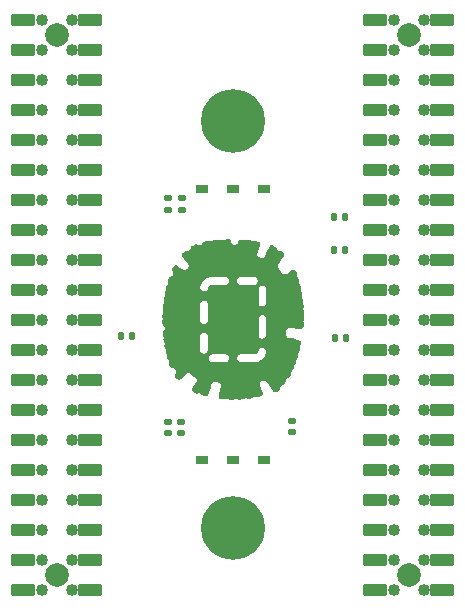
<source format=gbr>
%TF.GenerationSoftware,KiCad,Pcbnew,8.0.5*%
%TF.CreationDate,2024-10-23T03:47:08+02:00*%
%TF.ProjectId,breakout-tt02-cob,62726561-6b6f-4757-942d-747430322d63,2.2b*%
%TF.SameCoordinates,PX2dc6c00PY42c1d80*%
%TF.FileFunction,Soldermask,Top*%
%TF.FilePolarity,Negative*%
%FSLAX46Y46*%
G04 Gerber Fmt 4.6, Leading zero omitted, Abs format (unit mm)*
G04 Created by KiCad (PCBNEW 8.0.5) date 2024-10-23 03:47:08*
%MOMM*%
%LPD*%
G01*
G04 APERTURE LIST*
G04 Aperture macros list*
%AMRoundRect*
0 Rectangle with rounded corners*
0 $1 Rounding radius*
0 $2 $3 $4 $5 $6 $7 $8 $9 X,Y pos of 4 corners*
0 Add a 4 corners polygon primitive as box body*
4,1,4,$2,$3,$4,$5,$6,$7,$8,$9,$2,$3,0*
0 Add four circle primitives for the rounded corners*
1,1,$1+$1,$2,$3*
1,1,$1+$1,$4,$5*
1,1,$1+$1,$6,$7*
1,1,$1+$1,$8,$9*
0 Add four rect primitives between the rounded corners*
20,1,$1+$1,$2,$3,$4,$5,0*
20,1,$1+$1,$4,$5,$6,$7,0*
20,1,$1+$1,$6,$7,$8,$9,0*
20,1,$1+$1,$8,$9,$2,$3,0*%
G04 Aperture macros list end*
%ADD10C,0.000000*%
%ADD11C,0.700000*%
%ADD12C,1.020000*%
%ADD13C,2.000000*%
%ADD14RoundRect,0.102000X-0.898000X-0.408000X0.898000X-0.408000X0.898000X0.408000X-0.898000X0.408000X0*%
%ADD15RoundRect,0.140000X0.140000X0.170000X-0.140000X0.170000X-0.140000X-0.170000X0.140000X-0.170000X0*%
%ADD16RoundRect,0.140000X-0.140000X-0.170000X0.140000X-0.170000X0.140000X0.170000X-0.140000X0.170000X0*%
%ADD17C,0.800000*%
%ADD18C,5.400000*%
%ADD19RoundRect,0.140000X0.170000X-0.140000X0.170000X0.140000X-0.170000X0.140000X-0.170000X-0.140000X0*%
%ADD20R,1.100000X0.800000*%
%ADD21R,1.000000X0.800000*%
%ADD22RoundRect,0.140000X-0.170000X0.140000X-0.170000X-0.140000X0.170000X-0.140000X0.170000X0.140000X0*%
G04 APERTURE END LIST*
D10*
%TO.C,U1*%
G36*
X22202716Y31844475D02*
G01*
X22212423Y31843953D01*
X22222034Y31842953D01*
X22231534Y31841487D01*
X22240911Y31839567D01*
X22250150Y31837204D01*
X22259238Y31834411D01*
X22268162Y31831199D01*
X22276908Y31827579D01*
X22285463Y31823564D01*
X22293813Y31819165D01*
X22301945Y31814394D01*
X22309845Y31809263D01*
X22317500Y31803783D01*
X22324897Y31797966D01*
X22332021Y31791825D01*
X22338860Y31785371D01*
X22345400Y31778615D01*
X22351627Y31771569D01*
X22357528Y31764245D01*
X22363089Y31756655D01*
X22368298Y31748811D01*
X22373140Y31740724D01*
X22377602Y31732406D01*
X22381671Y31723869D01*
X22385332Y31715125D01*
X22388574Y31706185D01*
X22391381Y31697061D01*
X22393741Y31687764D01*
X22395641Y31678308D01*
X22397066Y31668703D01*
X22398003Y31658961D01*
X22401593Y31626446D01*
X22407900Y31595893D01*
X22416749Y31567310D01*
X22427965Y31540707D01*
X22441375Y31516089D01*
X22456802Y31493466D01*
X22474073Y31472846D01*
X22493012Y31454236D01*
X22513444Y31437645D01*
X22535196Y31423080D01*
X22558092Y31410550D01*
X22581957Y31400062D01*
X22606617Y31391625D01*
X22631897Y31385247D01*
X22657622Y31380936D01*
X22683618Y31378699D01*
X22709709Y31378545D01*
X22735720Y31380481D01*
X22761478Y31384517D01*
X22786807Y31390659D01*
X22811533Y31398916D01*
X22835481Y31409296D01*
X22858475Y31421807D01*
X22880342Y31436457D01*
X22900906Y31453253D01*
X22919993Y31472205D01*
X22937428Y31493319D01*
X22953037Y31516605D01*
X22966643Y31542069D01*
X22978074Y31569721D01*
X22987153Y31599567D01*
X22993706Y31631617D01*
X22995656Y31647242D01*
X22997429Y31657238D01*
X22999694Y31667040D01*
X23002436Y31676637D01*
X23005639Y31686017D01*
X23009289Y31695170D01*
X23013372Y31704084D01*
X23017871Y31712748D01*
X23022773Y31721151D01*
X23028061Y31729281D01*
X23033722Y31737128D01*
X23039741Y31744679D01*
X23046102Y31751925D01*
X23052790Y31758852D01*
X23059790Y31765451D01*
X23067089Y31771710D01*
X23074670Y31777618D01*
X23082518Y31783164D01*
X23090620Y31788335D01*
X23098959Y31793122D01*
X23107522Y31797513D01*
X23116292Y31801496D01*
X23125255Y31805061D01*
X23134397Y31808195D01*
X23143701Y31810889D01*
X23153154Y31813131D01*
X23162741Y31814908D01*
X23172445Y31816211D01*
X23182253Y31817028D01*
X23192150Y31817348D01*
X23202120Y31817159D01*
X23212149Y31816450D01*
X23222222Y31815211D01*
X23472222Y31778102D01*
X23476473Y31777444D01*
X23480680Y31776694D01*
X23484850Y31775853D01*
X23488992Y31774921D01*
X23493113Y31773898D01*
X23497220Y31772785D01*
X23501321Y31771583D01*
X23505425Y31770292D01*
X23518459Y31766392D01*
X23531608Y31763098D01*
X23544853Y31760409D01*
X23558171Y31758324D01*
X23571544Y31756841D01*
X23584950Y31755961D01*
X23598369Y31755682D01*
X23611781Y31756003D01*
X23625165Y31756923D01*
X23638501Y31758441D01*
X23651769Y31760557D01*
X23664947Y31763269D01*
X23678016Y31766576D01*
X23690955Y31770478D01*
X23703744Y31774974D01*
X23716362Y31780062D01*
X23723051Y31782777D01*
X23729818Y31785232D01*
X23736648Y31787431D01*
X23743524Y31789375D01*
X23750431Y31791068D01*
X23757352Y31792510D01*
X23764271Y31793706D01*
X23771172Y31794656D01*
X23778039Y31795364D01*
X23784855Y31795832D01*
X23791604Y31796063D01*
X23798271Y31796058D01*
X23804838Y31795820D01*
X23811290Y31795352D01*
X23817611Y31794656D01*
X23823784Y31793734D01*
X24069878Y31746859D01*
X24076690Y31745434D01*
X24083470Y31743803D01*
X24090201Y31741957D01*
X24096870Y31739892D01*
X24103461Y31737598D01*
X24109958Y31735070D01*
X24116347Y31732300D01*
X24122612Y31729281D01*
X24136024Y31722901D01*
X24149674Y31717217D01*
X24163538Y31712229D01*
X24177588Y31707939D01*
X24191798Y31704351D01*
X24206142Y31701465D01*
X24220593Y31699283D01*
X24235125Y31697809D01*
X24249712Y31697044D01*
X24264326Y31696989D01*
X24278943Y31697647D01*
X24293535Y31699020D01*
X24308075Y31701110D01*
X24322539Y31703920D01*
X24336899Y31707450D01*
X24351128Y31711703D01*
X24357919Y31713815D01*
X24364745Y31715692D01*
X24371592Y31717334D01*
X24378446Y31718741D01*
X24385296Y31719915D01*
X24392128Y31720856D01*
X24398929Y31721565D01*
X24405686Y31722041D01*
X24412386Y31722286D01*
X24419016Y31722299D01*
X24425563Y31722083D01*
X24432014Y31721636D01*
X24438356Y31720961D01*
X24444576Y31720056D01*
X24450660Y31718923D01*
X24456597Y31717563D01*
X24698784Y31651157D01*
X24708568Y31648176D01*
X24718094Y31644721D01*
X24727351Y31640809D01*
X24736332Y31636457D01*
X24745026Y31631680D01*
X24753425Y31626496D01*
X24761519Y31620922D01*
X24769298Y31614973D01*
X24776754Y31608667D01*
X24783876Y31602020D01*
X24790657Y31595049D01*
X24797085Y31587769D01*
X24803153Y31580199D01*
X24808850Y31572354D01*
X24814168Y31564251D01*
X24819097Y31555906D01*
X24823628Y31547337D01*
X24827751Y31538560D01*
X24831457Y31529590D01*
X24834737Y31520446D01*
X24837581Y31511143D01*
X24839981Y31501699D01*
X24841926Y31492129D01*
X24843408Y31482451D01*
X24844417Y31472680D01*
X24844944Y31462834D01*
X24844979Y31452929D01*
X24844513Y31442982D01*
X24843537Y31433009D01*
X24842042Y31423027D01*
X24840018Y31413052D01*
X24837456Y31403101D01*
X24667534Y30805445D01*
X24660222Y30791459D01*
X24658292Y30787976D01*
X24656278Y30784565D01*
X24655232Y30782899D01*
X24654157Y30781263D01*
X24653051Y30779662D01*
X24651909Y30778101D01*
X24640099Y30761127D01*
X24629643Y30743750D01*
X24620518Y30726027D01*
X24612704Y30708009D01*
X24606179Y30689752D01*
X24600922Y30671309D01*
X24596911Y30652734D01*
X24594126Y30634082D01*
X24592545Y30615406D01*
X24592147Y30596760D01*
X24592909Y30578198D01*
X24594812Y30559775D01*
X24597833Y30541544D01*
X24601952Y30523559D01*
X24607147Y30505875D01*
X24613396Y30488544D01*
X24620679Y30471622D01*
X24628973Y30455162D01*
X24638258Y30439218D01*
X24648513Y30423845D01*
X24659715Y30409096D01*
X24671844Y30395024D01*
X24684879Y30381686D01*
X24698797Y30369133D01*
X24713578Y30357420D01*
X24729201Y30346602D01*
X24745643Y30336731D01*
X24762885Y30327863D01*
X24780903Y30320051D01*
X24799678Y30313349D01*
X24819187Y30307811D01*
X24839409Y30303492D01*
X24850439Y30301509D01*
X24858848Y30299936D01*
X24870659Y30297632D01*
X24884865Y30294773D01*
X24898347Y30291831D01*
X24913122Y30288372D01*
X24931209Y30283960D01*
X24950191Y30279825D01*
X24969068Y30276936D01*
X24987804Y30275259D01*
X25006360Y30274762D01*
X25024700Y30275413D01*
X25042786Y30277180D01*
X25060581Y30280029D01*
X25078049Y30283928D01*
X25095152Y30288845D01*
X25111853Y30294748D01*
X25128114Y30301603D01*
X25143899Y30309379D01*
X25159170Y30318043D01*
X25173891Y30327562D01*
X25188023Y30337905D01*
X25201530Y30349037D01*
X25214376Y30360928D01*
X25226521Y30373545D01*
X25237930Y30386854D01*
X25248565Y30400825D01*
X25258389Y30415423D01*
X25267365Y30430617D01*
X25275456Y30446374D01*
X25282624Y30462663D01*
X25288833Y30479449D01*
X25294045Y30496701D01*
X25298223Y30514387D01*
X25301330Y30532473D01*
X25303328Y30550928D01*
X25304181Y30569719D01*
X25303852Y30588813D01*
X25302303Y30608178D01*
X25301630Y30615603D01*
X25301221Y30623013D01*
X25301070Y30630392D01*
X25301171Y30637723D01*
X25301518Y30644988D01*
X25302105Y30652170D01*
X25302926Y30659251D01*
X25303975Y30666214D01*
X25305247Y30673042D01*
X25306735Y30679718D01*
X25308434Y30686224D01*
X25310338Y30692543D01*
X25312441Y30698657D01*
X25314736Y30704550D01*
X25317219Y30710203D01*
X25319883Y30715600D01*
X25638242Y31282006D01*
X25643446Y31290756D01*
X25649044Y31299142D01*
X25655020Y31307159D01*
X25661354Y31314803D01*
X25668028Y31322070D01*
X25675023Y31328954D01*
X25682323Y31335451D01*
X25689907Y31341555D01*
X25697758Y31347264D01*
X25705857Y31352570D01*
X25714186Y31357471D01*
X25722727Y31361960D01*
X25731462Y31366034D01*
X25740371Y31369688D01*
X25749436Y31372916D01*
X25758640Y31375715D01*
X25767964Y31378079D01*
X25777390Y31380004D01*
X25786898Y31381485D01*
X25796472Y31382517D01*
X25806091Y31383095D01*
X25815739Y31383216D01*
X25825397Y31382873D01*
X25835046Y31382063D01*
X25844668Y31380780D01*
X25854245Y31379021D01*
X25863759Y31376779D01*
X25873190Y31374051D01*
X25882521Y31370832D01*
X25891733Y31367116D01*
X25900808Y31362900D01*
X25909727Y31358178D01*
X26128477Y31235132D01*
X26137892Y31229487D01*
X26146923Y31223360D01*
X26155559Y31216771D01*
X26163786Y31209740D01*
X26171593Y31202289D01*
X26178966Y31194437D01*
X26185894Y31186205D01*
X26192364Y31177614D01*
X26198363Y31168684D01*
X26203880Y31159436D01*
X26208901Y31149890D01*
X26213414Y31140067D01*
X26217406Y31129987D01*
X26220866Y31119671D01*
X26223781Y31109140D01*
X26226138Y31098413D01*
X26228854Y31085571D01*
X26232099Y31072955D01*
X26235860Y31060576D01*
X26240123Y31048445D01*
X26244877Y31036573D01*
X26250108Y31024971D01*
X26255802Y31013650D01*
X26261948Y31002621D01*
X26268533Y30991895D01*
X26275542Y30981484D01*
X26282965Y30971398D01*
X26290787Y30961647D01*
X26298996Y30952245D01*
X26307578Y30943200D01*
X26316522Y30934525D01*
X26325814Y30926231D01*
X26335440Y30918328D01*
X26345390Y30910827D01*
X26355648Y30903740D01*
X26366203Y30897078D01*
X26377042Y30890851D01*
X26388151Y30885072D01*
X26399518Y30879749D01*
X26411130Y30874896D01*
X26422974Y30870523D01*
X26435037Y30866640D01*
X26447306Y30863260D01*
X26459769Y30860392D01*
X26472412Y30858048D01*
X26485222Y30856240D01*
X26498187Y30854978D01*
X26511294Y30854272D01*
X26518275Y30853939D01*
X26525209Y30853392D01*
X26532084Y30852633D01*
X26538888Y30851666D01*
X26545611Y30850494D01*
X26552241Y30849121D01*
X26558766Y30847549D01*
X26565175Y30845781D01*
X26571457Y30843821D01*
X26577600Y30841671D01*
X26583593Y30839336D01*
X26589424Y30836817D01*
X26595082Y30834119D01*
X26600556Y30831243D01*
X26605834Y30828195D01*
X26610904Y30824975D01*
X26815982Y30682397D01*
X26824158Y30676379D01*
X26831945Y30669997D01*
X26839340Y30663270D01*
X26846341Y30656217D01*
X26852942Y30648856D01*
X26859140Y30641207D01*
X26864931Y30633289D01*
X26870312Y30625119D01*
X26875280Y30616719D01*
X26879829Y30608105D01*
X26883958Y30599298D01*
X26887661Y30590315D01*
X26890936Y30581177D01*
X26893778Y30571902D01*
X26896183Y30562509D01*
X26898149Y30553017D01*
X26899672Y30543444D01*
X26900747Y30533810D01*
X26901371Y30524134D01*
X26901541Y30514435D01*
X26901252Y30504730D01*
X26900501Y30495041D01*
X26899284Y30485384D01*
X26897598Y30475780D01*
X26895438Y30466247D01*
X26892802Y30456804D01*
X26889685Y30447471D01*
X26886084Y30438265D01*
X26881995Y30429206D01*
X26877414Y30420313D01*
X26872338Y30411605D01*
X26866763Y30403100D01*
X26642145Y30080836D01*
X26507378Y29887476D01*
X26502877Y29882824D01*
X26498315Y29878277D01*
X26493667Y29873854D01*
X26491303Y29871695D01*
X26488909Y29869574D01*
X26486482Y29867494D01*
X26484019Y29865457D01*
X26481517Y29863465D01*
X26478973Y29861521D01*
X26476384Y29859628D01*
X26473747Y29857787D01*
X26471060Y29856002D01*
X26468318Y29854274D01*
X26453876Y29844930D01*
X26440163Y29834927D01*
X26427185Y29824300D01*
X26414948Y29813083D01*
X26403458Y29801313D01*
X26392720Y29789024D01*
X26382740Y29776253D01*
X26373523Y29763033D01*
X26365075Y29749400D01*
X26357402Y29735391D01*
X26350510Y29721039D01*
X26344403Y29706380D01*
X26339089Y29691450D01*
X26334571Y29676284D01*
X26330857Y29660916D01*
X26327952Y29645383D01*
X26325861Y29629720D01*
X26324589Y29613961D01*
X26324144Y29598142D01*
X26324530Y29582299D01*
X26325753Y29566467D01*
X26327818Y29550680D01*
X26330732Y29534975D01*
X26334499Y29519386D01*
X26339126Y29503949D01*
X26344619Y29488699D01*
X26350982Y29473671D01*
X26358221Y29458901D01*
X26366343Y29444423D01*
X26375353Y29430274D01*
X26385256Y29416489D01*
X26396058Y29403102D01*
X26433384Y29358772D01*
X26469732Y29313886D01*
X26505073Y29268428D01*
X26539375Y29222382D01*
X26572608Y29175733D01*
X26604742Y29128464D01*
X26635746Y29080561D01*
X26665590Y29032008D01*
X26673929Y29018770D01*
X26682837Y29006115D01*
X26692288Y28994051D01*
X26702254Y28982583D01*
X26712709Y28971720D01*
X26723625Y28961466D01*
X26734976Y28951828D01*
X26746736Y28942814D01*
X26758877Y28934430D01*
X26771372Y28926682D01*
X26784194Y28919576D01*
X26797318Y28913120D01*
X26810715Y28907320D01*
X26824360Y28902182D01*
X26838224Y28897713D01*
X26852282Y28893919D01*
X26866507Y28890808D01*
X26880871Y28888385D01*
X26895348Y28886658D01*
X26909911Y28885632D01*
X26924533Y28885315D01*
X26939188Y28885712D01*
X26953848Y28886831D01*
X26968486Y28888678D01*
X26983077Y28891259D01*
X26997592Y28894582D01*
X27012006Y28898652D01*
X27026290Y28903476D01*
X27040420Y28909061D01*
X27054366Y28915413D01*
X27068104Y28922539D01*
X27081605Y28930445D01*
X27560120Y29229274D01*
X27568907Y29234421D01*
X27577865Y29239057D01*
X27586974Y29243185D01*
X27596217Y29246811D01*
X27605576Y29249939D01*
X27615032Y29252573D01*
X27624568Y29254718D01*
X27634164Y29256379D01*
X27643803Y29257560D01*
X27653467Y29258266D01*
X27663137Y29258501D01*
X27672796Y29258271D01*
X27682425Y29257579D01*
X27692005Y29256430D01*
X27701520Y29254829D01*
X27710950Y29252780D01*
X27720277Y29250288D01*
X27729483Y29247358D01*
X27738551Y29243994D01*
X27747462Y29240200D01*
X27756197Y29235982D01*
X27764738Y29231344D01*
X27773068Y29226291D01*
X27781168Y29220826D01*
X27789020Y29214955D01*
X27796606Y29208683D01*
X27803907Y29202013D01*
X27810906Y29194950D01*
X27817584Y29187500D01*
X27823922Y29179667D01*
X27829904Y29171454D01*
X27835511Y29162868D01*
X27966370Y28953883D01*
X27970901Y28946100D01*
X27975079Y28938162D01*
X27978899Y28930081D01*
X27982356Y28921867D01*
X27985445Y28913533D01*
X27988160Y28905089D01*
X27990498Y28896548D01*
X27992453Y28887921D01*
X27994019Y28879218D01*
X27995193Y28870452D01*
X27995969Y28861634D01*
X27996343Y28852776D01*
X27996309Y28843888D01*
X27995862Y28834983D01*
X27994997Y28826071D01*
X27993710Y28817165D01*
X27991858Y28805022D01*
X27990508Y28792850D01*
X27989657Y28780664D01*
X27989304Y28768477D01*
X27989446Y28756306D01*
X27990080Y28744166D01*
X27991205Y28732070D01*
X27992818Y28720035D01*
X27994916Y28708075D01*
X27997498Y28696205D01*
X28000561Y28684440D01*
X28004102Y28672794D01*
X28008120Y28661284D01*
X28012612Y28649923D01*
X28017576Y28638728D01*
X28023010Y28627711D01*
X28138244Y28405055D01*
X28142051Y28397288D01*
X28145499Y28389404D01*
X28148588Y28381414D01*
X28151317Y28373328D01*
X28153686Y28365155D01*
X28155694Y28356904D01*
X28157341Y28348585D01*
X28158626Y28340208D01*
X28159548Y28331783D01*
X28160108Y28323318D01*
X28160305Y28314823D01*
X28160138Y28306309D01*
X28159607Y28297784D01*
X28158711Y28289258D01*
X28157451Y28280741D01*
X28155824Y28272243D01*
X28153859Y28260138D01*
X28152394Y28247998D01*
X28151427Y28235840D01*
X28150955Y28223677D01*
X28150978Y28211524D01*
X28151491Y28199396D01*
X28152494Y28187309D01*
X28153984Y28175277D01*
X28155959Y28163315D01*
X28158415Y28151437D01*
X28161353Y28139660D01*
X28164768Y28127997D01*
X28168659Y28116463D01*
X28173023Y28105075D01*
X28177859Y28093845D01*
X28183164Y28082790D01*
X28276914Y27848415D01*
X28279723Y27841026D01*
X28282215Y27833560D01*
X28284391Y27826023D01*
X28286254Y27818424D01*
X28287804Y27810771D01*
X28289044Y27803073D01*
X28289974Y27795337D01*
X28290598Y27787572D01*
X28290915Y27779785D01*
X28290929Y27771985D01*
X28290640Y27764181D01*
X28290050Y27756379D01*
X28289161Y27748589D01*
X28287974Y27740818D01*
X28286491Y27733075D01*
X28284714Y27725368D01*
X28282271Y27712549D01*
X28280392Y27699680D01*
X28279075Y27686778D01*
X28278318Y27673861D01*
X28278119Y27660946D01*
X28278474Y27648052D01*
X28279383Y27635197D01*
X28280842Y27622399D01*
X28282849Y27609674D01*
X28285402Y27597043D01*
X28288498Y27584521D01*
X28292136Y27572128D01*
X28296313Y27559881D01*
X28301027Y27547798D01*
X28306274Y27535897D01*
X28312054Y27524196D01*
X28384324Y27291774D01*
X28386307Y27284808D01*
X28388016Y27277804D01*
X28389453Y27270767D01*
X28390620Y27263702D01*
X28391519Y27256614D01*
X28392153Y27249507D01*
X28392523Y27242387D01*
X28392631Y27235258D01*
X28392479Y27228126D01*
X28392070Y27220994D01*
X28391406Y27213868D01*
X28390488Y27206752D01*
X28389319Y27199652D01*
X28387901Y27192573D01*
X28386235Y27185518D01*
X28384324Y27178493D01*
X28380490Y27163158D01*
X28377481Y27147719D01*
X28375293Y27132207D01*
X28373922Y27116654D01*
X28373362Y27101092D01*
X28373610Y27085551D01*
X28374661Y27070063D01*
X28376509Y27054660D01*
X28379152Y27039374D01*
X28382583Y27024234D01*
X28386799Y27009274D01*
X28391794Y26994524D01*
X28397565Y26980016D01*
X28404107Y26965782D01*
X28411415Y26951852D01*
X28419485Y26938258D01*
X28419485Y26936309D01*
X28466355Y26727324D01*
X28467681Y26720856D01*
X28468808Y26714368D01*
X28469734Y26707864D01*
X28470456Y26701348D01*
X28470973Y26694825D01*
X28471282Y26688299D01*
X28471381Y26681774D01*
X28471267Y26675255D01*
X28470939Y26668745D01*
X28470395Y26662249D01*
X28469631Y26655772D01*
X28468647Y26649317D01*
X28467439Y26642889D01*
X28466006Y26636492D01*
X28464346Y26630131D01*
X28462455Y26623809D01*
X28458201Y26609579D01*
X28454671Y26595220D01*
X28451861Y26580756D01*
X28449771Y26566215D01*
X28448398Y26551624D01*
X28447740Y26537007D01*
X28447796Y26522393D01*
X28448562Y26507806D01*
X28450036Y26493274D01*
X28452218Y26478823D01*
X28455105Y26464479D01*
X28458694Y26450269D01*
X28462983Y26436219D01*
X28467972Y26422355D01*
X28473656Y26408705D01*
X28480035Y26395293D01*
X28480655Y26394025D01*
X28481240Y26392734D01*
X28481795Y26391424D01*
X28482323Y26390098D01*
X28483312Y26387404D01*
X28484235Y26384673D01*
X28485998Y26379188D01*
X28486893Y26376475D01*
X28487835Y26373809D01*
X28519085Y26160918D01*
X28519799Y26155057D01*
X28520328Y26149210D01*
X28520673Y26143379D01*
X28520838Y26137562D01*
X28520823Y26131762D01*
X28520630Y26125978D01*
X28520261Y26120210D01*
X28519718Y26114460D01*
X28519001Y26108727D01*
X28518114Y26103012D01*
X28517056Y26097316D01*
X28515831Y26091638D01*
X28514440Y26085979D01*
X28512884Y26080340D01*
X28511165Y26074720D01*
X28509285Y26069122D01*
X28504782Y26055140D01*
X28500983Y26041015D01*
X28497886Y26026772D01*
X28495492Y26012437D01*
X28493798Y25998036D01*
X28492802Y25983594D01*
X28492505Y25969137D01*
X28492904Y25954690D01*
X28493998Y25940279D01*
X28495786Y25925930D01*
X28498266Y25911668D01*
X28501437Y25897518D01*
X28505298Y25883507D01*
X28509847Y25869660D01*
X28515083Y25856002D01*
X28521005Y25842559D01*
X28522075Y25840200D01*
X28523075Y25837829D01*
X28524010Y25835448D01*
X28524887Y25833055D01*
X28526484Y25828238D01*
X28527908Y25823376D01*
X28529201Y25818471D01*
X28530407Y25813523D01*
X28532725Y25803496D01*
X28544444Y25592559D01*
X28544596Y25588095D01*
X28544639Y25583633D01*
X28544574Y25579174D01*
X28544404Y25574720D01*
X28544129Y25570272D01*
X28543752Y25565833D01*
X28543273Y25561403D01*
X28542694Y25556985D01*
X28542017Y25552580D01*
X28541243Y25548189D01*
X28540374Y25543815D01*
X28539410Y25539459D01*
X28537207Y25530807D01*
X28534645Y25522247D01*
X28531197Y25510889D01*
X28528210Y25499436D01*
X28525682Y25487900D01*
X28523614Y25476297D01*
X28522005Y25464639D01*
X28520856Y25452940D01*
X28520167Y25441213D01*
X28519937Y25429473D01*
X28520167Y25417733D01*
X28520856Y25406007D01*
X28522005Y25394308D01*
X28523614Y25382649D01*
X28525682Y25371046D01*
X28528210Y25359511D01*
X28531197Y25348057D01*
X28534645Y25336700D01*
X28535893Y25332794D01*
X28537051Y25328843D01*
X28538120Y25324855D01*
X28539101Y25320842D01*
X28540804Y25312776D01*
X28542169Y25304723D01*
X28543207Y25296761D01*
X28543926Y25288967D01*
X28544335Y25281421D01*
X28544444Y25274200D01*
X28540545Y25049590D01*
X28539468Y25044511D01*
X28538323Y25039518D01*
X28537088Y25034598D01*
X28535743Y25029734D01*
X28534265Y25024910D01*
X28532634Y25020111D01*
X28530827Y25015322D01*
X28528825Y25010527D01*
X28523357Y24997057D01*
X28518565Y24983396D01*
X28514451Y24969567D01*
X28511016Y24955597D01*
X28508259Y24941509D01*
X28506182Y24927329D01*
X28504785Y24913082D01*
X28504069Y24898792D01*
X28504034Y24884484D01*
X28504682Y24870183D01*
X28506012Y24855915D01*
X28508025Y24841702D01*
X28510723Y24827572D01*
X28514105Y24813548D01*
X28518172Y24799655D01*
X28522925Y24785918D01*
X28524770Y24780708D01*
X28526460Y24775461D01*
X28527996Y24770188D01*
X28529380Y24764900D01*
X28530612Y24759605D01*
X28531695Y24754315D01*
X28532631Y24749040D01*
X28533420Y24743789D01*
X28534064Y24738573D01*
X28534564Y24733402D01*
X28534923Y24728286D01*
X28535142Y24723235D01*
X28535222Y24718259D01*
X28535165Y24713370D01*
X28534972Y24708575D01*
X28534645Y24703887D01*
X28509255Y24453887D01*
X28507973Y24443824D01*
X28506187Y24433935D01*
X28503913Y24424234D01*
X28501165Y24414731D01*
X28497956Y24405439D01*
X28494303Y24396368D01*
X28490218Y24387530D01*
X28485717Y24378937D01*
X28480815Y24370600D01*
X28475525Y24362532D01*
X28469862Y24354742D01*
X28463841Y24347243D01*
X28457476Y24340047D01*
X28450782Y24333165D01*
X28443773Y24326609D01*
X28436464Y24320389D01*
X28428869Y24314519D01*
X28421002Y24309008D01*
X28412879Y24303870D01*
X28404513Y24299114D01*
X28395920Y24294754D01*
X28387113Y24290800D01*
X28378108Y24287264D01*
X28368918Y24284157D01*
X28359559Y24281491D01*
X28350044Y24279279D01*
X28340388Y24277530D01*
X28330606Y24276257D01*
X28320712Y24275471D01*
X28310721Y24275184D01*
X28300647Y24275407D01*
X28290505Y24276153D01*
X27378395Y24365997D01*
X27361891Y24367211D01*
X27345548Y24367529D01*
X27329389Y24366972D01*
X27313438Y24365561D01*
X27297720Y24363318D01*
X27282258Y24360265D01*
X27267076Y24356422D01*
X27252197Y24351813D01*
X27237647Y24346458D01*
X27223448Y24340378D01*
X27209624Y24333596D01*
X27196200Y24326134D01*
X27183199Y24318012D01*
X27170645Y24309253D01*
X27158562Y24299877D01*
X27146974Y24289907D01*
X27135904Y24279364D01*
X27125377Y24268270D01*
X27115416Y24256646D01*
X27106045Y24244514D01*
X27097289Y24231896D01*
X27089170Y24218813D01*
X27081713Y24205287D01*
X27074942Y24191339D01*
X27068880Y24176991D01*
X27063551Y24162264D01*
X27058980Y24147181D01*
X27055190Y24131763D01*
X27052205Y24116031D01*
X27050048Y24100006D01*
X27048745Y24083712D01*
X27048317Y24067168D01*
X27048317Y23746852D01*
X27048957Y23726622D01*
X27050872Y23706847D01*
X27054015Y23687559D01*
X27058341Y23668787D01*
X27063803Y23650559D01*
X27070355Y23632907D01*
X27077951Y23615861D01*
X27086545Y23599449D01*
X27096091Y23583701D01*
X27106542Y23568648D01*
X27117852Y23554319D01*
X27129976Y23540744D01*
X27142866Y23527952D01*
X27156478Y23515974D01*
X27170764Y23504839D01*
X27185679Y23494578D01*
X27201176Y23485219D01*
X27217210Y23476792D01*
X27233733Y23469328D01*
X27250701Y23462856D01*
X27268067Y23457406D01*
X27285784Y23453008D01*
X27303807Y23449691D01*
X27322089Y23447485D01*
X27340584Y23446420D01*
X27359247Y23446526D01*
X27378030Y23447832D01*
X27396888Y23450369D01*
X27415775Y23454166D01*
X27434644Y23459253D01*
X27453450Y23465659D01*
X27472145Y23473415D01*
X27480538Y23476956D01*
X27489041Y23480084D01*
X27497640Y23482800D01*
X27506325Y23485104D01*
X27515083Y23486999D01*
X27523901Y23488487D01*
X27532768Y23489567D01*
X27541672Y23490242D01*
X27550601Y23490514D01*
X27559542Y23490383D01*
X27568483Y23489851D01*
X27577412Y23488919D01*
X27586318Y23487589D01*
X27595188Y23485862D01*
X27604009Y23483740D01*
X27612770Y23481224D01*
X28210427Y23264427D01*
X28219891Y23260675D01*
X28229067Y23256472D01*
X28237947Y23251838D01*
X28246523Y23246788D01*
X28254786Y23241341D01*
X28262728Y23235513D01*
X28270341Y23229321D01*
X28277616Y23222783D01*
X28284546Y23215915D01*
X28291121Y23208736D01*
X28297335Y23201262D01*
X28303178Y23193510D01*
X28308643Y23185497D01*
X28313720Y23177241D01*
X28318403Y23168760D01*
X28322682Y23160069D01*
X28326550Y23151186D01*
X28329997Y23142129D01*
X28333017Y23132914D01*
X28335600Y23123559D01*
X28337739Y23114081D01*
X28339425Y23104498D01*
X28340650Y23094825D01*
X28341406Y23085081D01*
X28341684Y23075283D01*
X28341476Y23065447D01*
X28340774Y23055591D01*
X28339570Y23045733D01*
X28337856Y23035889D01*
X28335623Y23026076D01*
X28332863Y23016313D01*
X28329567Y23006615D01*
X28243627Y22772240D01*
X28238167Y22760968D01*
X28233197Y22749514D01*
X28228719Y22737894D01*
X28224734Y22726123D01*
X28221246Y22714216D01*
X28218257Y22702191D01*
X28215769Y22690063D01*
X28213783Y22677847D01*
X28212303Y22665560D01*
X28211331Y22653217D01*
X28210869Y22640834D01*
X28210919Y22628428D01*
X28211484Y22616013D01*
X28212565Y22603606D01*
X28214165Y22591223D01*
X28216287Y22578880D01*
X28218008Y22570814D01*
X28219399Y22562713D01*
X28220460Y22554588D01*
X28221192Y22546451D01*
X28221596Y22538311D01*
X28221672Y22530182D01*
X28221421Y22522074D01*
X28220845Y22513998D01*
X28219942Y22505966D01*
X28218715Y22497990D01*
X28217164Y22490080D01*
X28215289Y22482248D01*
X28213091Y22474505D01*
X28210571Y22466863D01*
X28207730Y22459333D01*
X28204567Y22451926D01*
X28101052Y22225365D01*
X28095840Y22214498D01*
X28091086Y22203446D01*
X28086791Y22192224D01*
X28082958Y22180849D01*
X28079588Y22169335D01*
X28076684Y22157697D01*
X28074247Y22145951D01*
X28072281Y22134111D01*
X28070786Y22122194D01*
X28069765Y22110213D01*
X28069220Y22098185D01*
X28069154Y22086125D01*
X28069568Y22074048D01*
X28070464Y22061968D01*
X28071845Y22049902D01*
X28073712Y22037865D01*
X28075159Y22029114D01*
X28076203Y22020331D01*
X28076846Y22011529D01*
X28077093Y22002720D01*
X28076946Y21993916D01*
X28076408Y21985132D01*
X28075483Y21976379D01*
X28074175Y21967671D01*
X28072485Y21959020D01*
X28070418Y21950440D01*
X28067977Y21941942D01*
X28065165Y21933540D01*
X28061985Y21925247D01*
X28058441Y21917075D01*
X28054535Y21909037D01*
X28050271Y21901146D01*
X27933083Y21694115D01*
X27927120Y21683005D01*
X27921646Y21671689D01*
X27916663Y21660185D01*
X27912174Y21648509D01*
X27908182Y21636675D01*
X27904691Y21624701D01*
X27901703Y21612602D01*
X27899220Y21600394D01*
X27897247Y21588095D01*
X27895785Y21575718D01*
X27894838Y21563281D01*
X27894408Y21550800D01*
X27894499Y21538291D01*
X27895113Y21525770D01*
X27896253Y21513252D01*
X27897923Y21500755D01*
X27899118Y21491369D01*
X27899855Y21481982D01*
X27900140Y21472609D01*
X27899977Y21463261D01*
X27899371Y21453955D01*
X27898325Y21444702D01*
X27896845Y21435517D01*
X27894935Y21426414D01*
X27892600Y21417406D01*
X27889844Y21408507D01*
X27886671Y21399731D01*
X27883087Y21391092D01*
X27879095Y21382603D01*
X27874701Y21374278D01*
X27869909Y21366132D01*
X27864723Y21358176D01*
X27741676Y21178490D01*
X27734299Y21167205D01*
X27727460Y21155642D01*
X27721163Y21143820D01*
X27715414Y21131758D01*
X27710217Y21119476D01*
X27705578Y21106993D01*
X27701500Y21094329D01*
X27697990Y21081502D01*
X27695051Y21068532D01*
X27692689Y21055439D01*
X27690908Y21042241D01*
X27689713Y21028958D01*
X27689110Y21015610D01*
X27689103Y21002216D01*
X27689696Y20988794D01*
X27690895Y20975365D01*
X27691747Y20965379D01*
X27692095Y20955426D01*
X27691946Y20945521D01*
X27691307Y20935682D01*
X27690184Y20925926D01*
X27688586Y20916269D01*
X27686517Y20906728D01*
X27683987Y20897320D01*
X27681001Y20888063D01*
X27677566Y20878972D01*
X27673690Y20870065D01*
X27669379Y20861359D01*
X27664640Y20852871D01*
X27659480Y20844617D01*
X27653906Y20836614D01*
X27647926Y20828880D01*
X27520973Y20674583D01*
X27512140Y20663183D01*
X27503898Y20651421D01*
X27496253Y20639320D01*
X27489214Y20626903D01*
X27482787Y20614193D01*
X27476979Y20601214D01*
X27471799Y20587988D01*
X27467252Y20574539D01*
X27463346Y20560890D01*
X27460088Y20547064D01*
X27457486Y20533084D01*
X27455547Y20518974D01*
X27454278Y20504757D01*
X27453686Y20490455D01*
X27453778Y20476093D01*
X27454563Y20461693D01*
X27455040Y20450978D01*
X27454941Y20440300D01*
X27454275Y20429680D01*
X27453049Y20419142D01*
X27451273Y20408709D01*
X27448956Y20398403D01*
X27446105Y20388248D01*
X27442731Y20378266D01*
X27438842Y20368480D01*
X27434446Y20358913D01*
X27429552Y20349589D01*
X27424169Y20340529D01*
X27418306Y20331757D01*
X27411972Y20323295D01*
X27405174Y20315168D01*
X27397923Y20307396D01*
X27241673Y20149193D01*
X27235203Y20143903D01*
X27228558Y20138784D01*
X27225170Y20136303D01*
X27221738Y20133880D01*
X27218263Y20131521D01*
X27214744Y20129232D01*
X27211182Y20127016D01*
X27207576Y20124881D01*
X27203928Y20122830D01*
X27200235Y20120870D01*
X27196500Y20119004D01*
X27192721Y20117240D01*
X27188899Y20115581D01*
X27185033Y20114033D01*
X27173644Y20109376D01*
X27162527Y20104294D01*
X27151691Y20098798D01*
X27141142Y20092901D01*
X27130890Y20086614D01*
X27120941Y20079950D01*
X27111303Y20072919D01*
X27101983Y20065535D01*
X27092989Y20057809D01*
X27084329Y20049754D01*
X27076011Y20041380D01*
X27068041Y20032700D01*
X27060428Y20023727D01*
X27053179Y20014471D01*
X27046302Y20004945D01*
X27039804Y19995161D01*
X27033693Y19985131D01*
X27027976Y19974866D01*
X27022662Y19964379D01*
X27017757Y19953682D01*
X27013270Y19942786D01*
X27009207Y19931704D01*
X27005577Y19920447D01*
X27002388Y19909028D01*
X26999646Y19897457D01*
X26997359Y19885749D01*
X26995535Y19873913D01*
X26994182Y19861963D01*
X26993307Y19849909D01*
X26992918Y19837765D01*
X26993022Y19825542D01*
X26993627Y19813252D01*
X26994174Y19800514D01*
X26993915Y19787861D01*
X26992867Y19775329D01*
X26991048Y19762953D01*
X26988475Y19750768D01*
X26985167Y19738809D01*
X26981141Y19727111D01*
X26976414Y19715711D01*
X26971004Y19704642D01*
X26964929Y19693941D01*
X26958206Y19683643D01*
X26950853Y19673782D01*
X26942889Y19664395D01*
X26934329Y19655515D01*
X26925193Y19647180D01*
X26915497Y19639424D01*
X26739716Y19510517D01*
X26739199Y19510322D01*
X26738696Y19510102D01*
X26738205Y19509864D01*
X26737724Y19509609D01*
X26737250Y19509342D01*
X26736782Y19509065D01*
X26735853Y19508501D01*
X26734920Y19507946D01*
X26734446Y19507680D01*
X26733964Y19507427D01*
X26733473Y19507191D01*
X26732969Y19506975D01*
X26732451Y19506783D01*
X26731916Y19506618D01*
X26720596Y19503042D01*
X26709495Y19499050D01*
X26698619Y19494650D01*
X26687976Y19489854D01*
X26677576Y19484671D01*
X26667424Y19479111D01*
X26657531Y19473184D01*
X26647902Y19466901D01*
X26638547Y19460270D01*
X26629473Y19453303D01*
X26620688Y19446010D01*
X26612201Y19438399D01*
X26604019Y19430482D01*
X26596149Y19422269D01*
X26588601Y19413768D01*
X26581381Y19404992D01*
X26574498Y19395948D01*
X26567960Y19386649D01*
X26561775Y19377102D01*
X26555950Y19367320D01*
X26550494Y19357310D01*
X26545415Y19347085D01*
X26540719Y19336653D01*
X26536417Y19326024D01*
X26532514Y19315210D01*
X26529020Y19304219D01*
X26525942Y19293062D01*
X26523288Y19281748D01*
X26521066Y19270289D01*
X26519285Y19258693D01*
X26517951Y19246971D01*
X26517073Y19235132D01*
X26516111Y19223701D01*
X26514473Y19212412D01*
X26512180Y19201289D01*
X26509249Y19190355D01*
X26505699Y19179636D01*
X26501549Y19169156D01*
X26496817Y19158938D01*
X26491522Y19149007D01*
X26485683Y19139387D01*
X26479318Y19130102D01*
X26472446Y19121177D01*
X26465085Y19112635D01*
X26457255Y19104502D01*
X26448974Y19096800D01*
X26440260Y19089554D01*
X26431133Y19082789D01*
X26226055Y18940211D01*
X26217570Y18934643D01*
X26208887Y18929567D01*
X26200025Y18924978D01*
X26191003Y18920874D01*
X26181838Y18917252D01*
X26172550Y18914107D01*
X26163157Y18911436D01*
X26153677Y18909237D01*
X26144130Y18907506D01*
X26134534Y18906238D01*
X26124908Y18905432D01*
X26115269Y18905084D01*
X26105638Y18905190D01*
X26096032Y18905746D01*
X26086470Y18906751D01*
X26076971Y18908199D01*
X26067554Y18910088D01*
X26058236Y18912415D01*
X26049037Y18915176D01*
X26039975Y18918368D01*
X26031069Y18921987D01*
X26022337Y18926030D01*
X26013798Y18930493D01*
X26005471Y18935374D01*
X25997375Y18940669D01*
X25989527Y18946375D01*
X25981947Y18952487D01*
X25974653Y18959004D01*
X25967664Y18965921D01*
X25960998Y18973235D01*
X25954674Y18980942D01*
X25948711Y18989041D01*
X25427226Y19742948D01*
X25420246Y19752697D01*
X25412930Y19762103D01*
X25405292Y19771160D01*
X25397344Y19779864D01*
X25389098Y19788211D01*
X25380567Y19796196D01*
X25371762Y19803815D01*
X25362697Y19811063D01*
X25353384Y19817935D01*
X25343835Y19824428D01*
X25334062Y19830536D01*
X25324078Y19836256D01*
X25313895Y19841583D01*
X25303526Y19846511D01*
X25292982Y19851038D01*
X25282277Y19855157D01*
X25271423Y19858866D01*
X25260432Y19862158D01*
X25249316Y19865031D01*
X25238088Y19867478D01*
X25226760Y19869497D01*
X25215344Y19871082D01*
X25203854Y19872228D01*
X25192301Y19872932D01*
X25180697Y19873189D01*
X25169056Y19872994D01*
X25157388Y19872343D01*
X25145708Y19871231D01*
X25134027Y19869654D01*
X25122357Y19867607D01*
X25110711Y19865087D01*
X25099101Y19862087D01*
X25074293Y19854827D01*
X25051834Y19848110D01*
X25031036Y19842034D01*
X25021045Y19839268D01*
X25011212Y19836698D01*
X24993881Y19831572D01*
X24977156Y19825543D01*
X24961049Y19818647D01*
X24945575Y19810922D01*
X24930746Y19802404D01*
X24916577Y19793132D01*
X24903080Y19783142D01*
X24890269Y19772471D01*
X24878158Y19761157D01*
X24866759Y19749237D01*
X24856088Y19736748D01*
X24846157Y19723727D01*
X24836979Y19710212D01*
X24828568Y19696240D01*
X24820938Y19681847D01*
X24814101Y19667072D01*
X24808072Y19651951D01*
X24802865Y19636521D01*
X24798491Y19620821D01*
X24794966Y19604886D01*
X24792302Y19588755D01*
X24790513Y19572464D01*
X24789613Y19556050D01*
X24789614Y19539552D01*
X24790531Y19523005D01*
X24792376Y19506448D01*
X24795164Y19489917D01*
X24798908Y19473450D01*
X24803621Y19457084D01*
X24809317Y19440856D01*
X24816010Y19424803D01*
X24823712Y19408962D01*
X25040509Y18801541D01*
X25043671Y18791893D01*
X25046313Y18782190D01*
X25048442Y18772448D01*
X25050065Y18762683D01*
X25051190Y18752913D01*
X25051825Y18743153D01*
X25051977Y18733420D01*
X25051655Y18723732D01*
X25050865Y18714104D01*
X25049616Y18704554D01*
X25047915Y18695097D01*
X25045769Y18685751D01*
X25043187Y18676532D01*
X25040176Y18667456D01*
X25036744Y18658541D01*
X25032898Y18649803D01*
X25028647Y18641259D01*
X25023997Y18632925D01*
X25018956Y18624818D01*
X25013533Y18616954D01*
X25007734Y18609351D01*
X25001567Y18602024D01*
X24995041Y18594990D01*
X24988162Y18588267D01*
X24980939Y18581870D01*
X24973378Y18575817D01*
X24965488Y18570123D01*
X24957277Y18564806D01*
X24948752Y18559882D01*
X24939920Y18555367D01*
X24930789Y18551279D01*
X24921368Y18547634D01*
X24698712Y18467554D01*
X24698595Y18467522D01*
X24698477Y18467497D01*
X24698239Y18467461D01*
X24697998Y18467446D01*
X24697754Y18467446D01*
X24697507Y18467459D01*
X24697259Y18467482D01*
X24696761Y18467545D01*
X24696261Y18467609D01*
X24696013Y18467633D01*
X24695766Y18467649D01*
X24695521Y18467652D01*
X24695278Y18467639D01*
X24695038Y18467608D01*
X24694919Y18467584D01*
X24694802Y18467554D01*
X24686040Y18465308D01*
X24677201Y18463460D01*
X24668301Y18462010D01*
X24659355Y18460957D01*
X24650380Y18460301D01*
X24641390Y18460043D01*
X24632402Y18460181D01*
X24623431Y18460717D01*
X24614493Y18461649D01*
X24605604Y18462978D01*
X24596779Y18464704D01*
X24588035Y18466826D01*
X24579387Y18469344D01*
X24570851Y18472258D01*
X24562442Y18475568D01*
X24554177Y18479274D01*
X24533370Y18488201D01*
X24512170Y18495470D01*
X24490668Y18501093D01*
X24468950Y18505084D01*
X24447108Y18507455D01*
X24425230Y18508220D01*
X24403405Y18507392D01*
X24381723Y18504985D01*
X24360272Y18501011D01*
X24339143Y18495485D01*
X24318423Y18488418D01*
X24298203Y18479824D01*
X24278571Y18469716D01*
X24259617Y18458108D01*
X24241430Y18445013D01*
X24224099Y18430444D01*
X24219292Y18426214D01*
X24214331Y18422133D01*
X24209230Y18418206D01*
X24204000Y18414440D01*
X24198657Y18410838D01*
X24193213Y18407406D01*
X24187682Y18404149D01*
X24182077Y18401073D01*
X24176413Y18398182D01*
X24170701Y18395481D01*
X24164957Y18392977D01*
X24159192Y18390674D01*
X24153422Y18388576D01*
X24147659Y18386691D01*
X24141916Y18385021D01*
X24136208Y18383574D01*
X23899956Y18330836D01*
X23891910Y18329927D01*
X23883839Y18329336D01*
X23875756Y18329063D01*
X23867672Y18329107D01*
X23859600Y18329469D01*
X23851551Y18330148D01*
X23843537Y18331143D01*
X23835570Y18332454D01*
X23827662Y18334081D01*
X23819825Y18336023D01*
X23812071Y18338280D01*
X23804411Y18340852D01*
X23796858Y18343738D01*
X23789423Y18346938D01*
X23782118Y18350451D01*
X23774956Y18354277D01*
X23754797Y18364493D01*
X23734142Y18373085D01*
X23713080Y18380059D01*
X23691700Y18385424D01*
X23670093Y18389187D01*
X23648347Y18391355D01*
X23626551Y18391936D01*
X23604796Y18390936D01*
X23583170Y18388363D01*
X23561763Y18384225D01*
X23540665Y18378529D01*
X23519964Y18371283D01*
X23499750Y18362493D01*
X23480113Y18352167D01*
X23461141Y18340313D01*
X23442925Y18326937D01*
X23437248Y18322614D01*
X23431435Y18318525D01*
X23425496Y18314669D01*
X23419441Y18311048D01*
X23413280Y18307661D01*
X23407023Y18304509D01*
X23400680Y18301591D01*
X23394261Y18298908D01*
X23387776Y18296460D01*
X23381234Y18294247D01*
X23374647Y18292270D01*
X23368023Y18290528D01*
X23361372Y18289021D01*
X23354705Y18287750D01*
X23348032Y18286715D01*
X23341362Y18285917D01*
X23097222Y18262477D01*
X23089570Y18262437D01*
X23081942Y18262691D01*
X23074345Y18263235D01*
X23066786Y18264069D01*
X23059275Y18265188D01*
X23051818Y18266591D01*
X23044424Y18268275D01*
X23037101Y18270238D01*
X23029855Y18272477D01*
X23022696Y18274990D01*
X23015631Y18277774D01*
X23008667Y18280827D01*
X23001813Y18284146D01*
X22995077Y18287730D01*
X22988465Y18291574D01*
X22981987Y18295677D01*
X22962214Y18307709D01*
X22941798Y18318080D01*
X22920833Y18326791D01*
X22899417Y18333845D01*
X22877645Y18339243D01*
X22855614Y18342986D01*
X22833418Y18345077D01*
X22811156Y18345516D01*
X22788921Y18344306D01*
X22766811Y18341447D01*
X22744922Y18336942D01*
X22723349Y18330793D01*
X22702189Y18323000D01*
X22681537Y18313565D01*
X22661490Y18302490D01*
X22642144Y18289777D01*
X22635872Y18285537D01*
X22629451Y18281578D01*
X22622888Y18277900D01*
X22616194Y18274499D01*
X22609378Y18271373D01*
X22602447Y18268522D01*
X22595412Y18265942D01*
X22588281Y18263632D01*
X22581063Y18261590D01*
X22573768Y18259813D01*
X22566403Y18258300D01*
X22558979Y18257048D01*
X22551504Y18256056D01*
X22543986Y18255321D01*
X22536436Y18254842D01*
X22528862Y18254617D01*
X22294487Y18260517D01*
X22287081Y18261062D01*
X22279718Y18261905D01*
X22272404Y18263040D01*
X22265148Y18264460D01*
X22257956Y18266160D01*
X22250835Y18268133D01*
X22243793Y18270373D01*
X22236836Y18272874D01*
X22229972Y18275629D01*
X22223208Y18278633D01*
X22216550Y18281879D01*
X22210006Y18285362D01*
X22203584Y18289074D01*
X22197289Y18293010D01*
X22191130Y18297163D01*
X22185112Y18301527D01*
X22166297Y18314498D01*
X22146759Y18325890D01*
X22126591Y18335698D01*
X22105885Y18343918D01*
X22084735Y18350547D01*
X22063232Y18355579D01*
X22041469Y18359011D01*
X22019539Y18360837D01*
X21997534Y18361055D01*
X21975547Y18359659D01*
X21953670Y18356645D01*
X21931995Y18352009D01*
X21910616Y18345746D01*
X21889625Y18337853D01*
X21869113Y18328325D01*
X21849175Y18317157D01*
X21842080Y18313039D01*
X21834842Y18309242D01*
X21827472Y18305766D01*
X21819979Y18302612D01*
X21812374Y18299779D01*
X21804666Y18297268D01*
X21796866Y18295077D01*
X21788984Y18293208D01*
X21781030Y18291660D01*
X21773013Y18290433D01*
X21764945Y18289528D01*
X21756835Y18288943D01*
X21748692Y18288680D01*
X21740528Y18288738D01*
X21732352Y18289117D01*
X21724175Y18289817D01*
X21491753Y18324977D01*
X21481722Y18326750D01*
X21471887Y18329014D01*
X21462259Y18331757D01*
X21452850Y18334961D01*
X21443670Y18338613D01*
X21434732Y18342698D01*
X21426046Y18347200D01*
X21417623Y18352104D01*
X21409475Y18357396D01*
X21401613Y18363060D01*
X21394049Y18369082D01*
X21386793Y18375445D01*
X21379856Y18382137D01*
X21373251Y18389141D01*
X21366988Y18396442D01*
X21361079Y18404026D01*
X21355534Y18411877D01*
X21350365Y18419980D01*
X21345584Y18428322D01*
X21341201Y18436885D01*
X21337228Y18445656D01*
X21333676Y18454619D01*
X21330556Y18463760D01*
X21327879Y18473063D01*
X21325658Y18482514D01*
X21323902Y18492097D01*
X21322624Y18501798D01*
X21321834Y18511601D01*
X21321544Y18521492D01*
X21321764Y18531455D01*
X21322508Y18541476D01*
X21323784Y18551539D01*
X21421440Y19182399D01*
X21422566Y19187670D01*
X21423808Y19192901D01*
X21425169Y19198090D01*
X21426650Y19203235D01*
X21428253Y19208333D01*
X21429982Y19213381D01*
X21431838Y19218376D01*
X21433824Y19223316D01*
X21435941Y19228199D01*
X21438193Y19233020D01*
X21440581Y19237779D01*
X21443107Y19242471D01*
X21445774Y19247095D01*
X21448585Y19251648D01*
X21451540Y19256127D01*
X21454643Y19260529D01*
X21466065Y19277441D01*
X21476165Y19294733D01*
X21484962Y19312351D01*
X21492479Y19330245D01*
X21498735Y19348361D01*
X21503752Y19366648D01*
X21507550Y19385054D01*
X21510150Y19403525D01*
X21511573Y19422011D01*
X21511840Y19440460D01*
X21510970Y19458818D01*
X21508986Y19477034D01*
X21505908Y19495056D01*
X21501756Y19512831D01*
X21496552Y19530308D01*
X21490315Y19547434D01*
X21483068Y19564158D01*
X21474830Y19580426D01*
X21465623Y19596188D01*
X21455467Y19611390D01*
X21444382Y19625981D01*
X21432391Y19639909D01*
X21419513Y19653121D01*
X21405769Y19665566D01*
X21391180Y19677191D01*
X21375767Y19687944D01*
X21359551Y19697773D01*
X21342552Y19706625D01*
X21324791Y19714450D01*
X21306288Y19721194D01*
X21287066Y19726805D01*
X21267143Y19731232D01*
X21258066Y19732988D01*
X21248804Y19734919D01*
X21229844Y19739066D01*
X21210490Y19743203D01*
X21200737Y19745122D01*
X21190971Y19746862D01*
X21184910Y19747776D01*
X21178832Y19748568D01*
X21172741Y19749238D01*
X21166637Y19749786D01*
X21160524Y19750213D01*
X21154402Y19750517D01*
X21148275Y19750700D01*
X21142143Y19750761D01*
X20972222Y19750761D01*
X20954068Y19750231D01*
X20936245Y19748658D01*
X20918777Y19746073D01*
X20901691Y19742510D01*
X20885011Y19738001D01*
X20868764Y19732578D01*
X20852973Y19726275D01*
X20837666Y19719124D01*
X20822867Y19711157D01*
X20808602Y19702407D01*
X20794895Y19692906D01*
X20781773Y19682688D01*
X20769261Y19671784D01*
X20757385Y19660227D01*
X20746169Y19648051D01*
X20735639Y19635286D01*
X20725820Y19621967D01*
X20716739Y19608125D01*
X20708420Y19593793D01*
X20700888Y19579004D01*
X20694170Y19563790D01*
X20688291Y19548183D01*
X20683275Y19532217D01*
X20679149Y19515924D01*
X20675937Y19499337D01*
X20673666Y19482488D01*
X20672361Y19465409D01*
X20672046Y19448133D01*
X20672748Y19430693D01*
X20674492Y19413122D01*
X20677303Y19395451D01*
X20681206Y19377714D01*
X20682966Y19369843D01*
X20684394Y19361948D01*
X20685494Y19354040D01*
X20686270Y19346128D01*
X20686725Y19338224D01*
X20686861Y19330337D01*
X20686682Y19322478D01*
X20686192Y19314656D01*
X20685393Y19306882D01*
X20684289Y19299167D01*
X20682883Y19291520D01*
X20681178Y19283951D01*
X20679178Y19276471D01*
X20676885Y19269091D01*
X20674304Y19261819D01*
X20671436Y19254667D01*
X20413628Y18658961D01*
X20409344Y18649778D01*
X20404630Y18640909D01*
X20399503Y18632360D01*
X20393980Y18624140D01*
X20388080Y18616255D01*
X20381819Y18608711D01*
X20375215Y18601517D01*
X20368285Y18594678D01*
X20361048Y18588202D01*
X20353521Y18582096D01*
X20345720Y18576367D01*
X20337665Y18571021D01*
X20329372Y18566067D01*
X20320858Y18561510D01*
X20312142Y18557358D01*
X20303241Y18553617D01*
X20294173Y18550295D01*
X20284954Y18547399D01*
X20275603Y18544935D01*
X20266137Y18542911D01*
X20256573Y18541333D01*
X20246929Y18540209D01*
X20237223Y18539546D01*
X20227473Y18539350D01*
X20217695Y18539628D01*
X20207907Y18540388D01*
X20198127Y18541636D01*
X20188372Y18543379D01*
X20178660Y18545625D01*
X20169008Y18548380D01*
X20159434Y18551651D01*
X20149956Y18555446D01*
X19935112Y18647246D01*
X19930359Y18649625D01*
X19925675Y18652150D01*
X19921064Y18654817D01*
X19916527Y18657619D01*
X19912067Y18660553D01*
X19907685Y18663612D01*
X19903385Y18666791D01*
X19899169Y18670086D01*
X19895038Y18673490D01*
X19890995Y18677000D01*
X19887042Y18680610D01*
X19883181Y18684314D01*
X19879415Y18688108D01*
X19875746Y18691986D01*
X19872176Y18695944D01*
X19868707Y18699975D01*
X19860874Y18708952D01*
X19852744Y18717559D01*
X19844330Y18725795D01*
X19835643Y18733654D01*
X19826698Y18741134D01*
X19817505Y18748232D01*
X19808078Y18754944D01*
X19798429Y18761268D01*
X19788571Y18767199D01*
X19778515Y18772735D01*
X19768275Y18777872D01*
X19757863Y18782607D01*
X19747292Y18786938D01*
X19736574Y18790859D01*
X19714746Y18797464D01*
X19692481Y18802395D01*
X19681216Y18804225D01*
X19669879Y18805627D01*
X19658482Y18806598D01*
X19647038Y18807133D01*
X19635560Y18807231D01*
X19624060Y18806888D01*
X19612550Y18806100D01*
X19601044Y18804865D01*
X19589553Y18803178D01*
X19578090Y18801037D01*
X19566668Y18798439D01*
X19555298Y18795379D01*
X19543995Y18791856D01*
X19532769Y18787865D01*
X19522798Y18784443D01*
X19512697Y18781567D01*
X19502488Y18779236D01*
X19492195Y18777447D01*
X19481842Y18776200D01*
X19471451Y18775491D01*
X19461047Y18775320D01*
X19450653Y18775684D01*
X19440292Y18776582D01*
X19429987Y18778012D01*
X19419763Y18779972D01*
X19409642Y18782461D01*
X19399647Y18785476D01*
X19389803Y18789016D01*
X19380133Y18793080D01*
X19370660Y18797665D01*
X19369685Y18798160D01*
X19368701Y18798652D01*
X19367719Y18799151D01*
X19367232Y18799405D01*
X19366750Y18799665D01*
X19163628Y18922633D01*
X19155059Y18928078D01*
X19146860Y18933902D01*
X19139035Y18940088D01*
X19131588Y18946617D01*
X19124525Y18953472D01*
X19117850Y18960634D01*
X19111567Y18968086D01*
X19105681Y18975810D01*
X19100196Y18983787D01*
X19095117Y18992001D01*
X19090449Y19000432D01*
X19086196Y19009063D01*
X19082362Y19017877D01*
X19078952Y19026854D01*
X19075971Y19035978D01*
X19073423Y19045230D01*
X19071313Y19054592D01*
X19069645Y19064047D01*
X19068424Y19073576D01*
X19067654Y19083162D01*
X19067340Y19092786D01*
X19067486Y19102431D01*
X19068098Y19112079D01*
X19069178Y19121711D01*
X19070733Y19131311D01*
X19072766Y19140859D01*
X19075283Y19150338D01*
X19078286Y19159730D01*
X19081782Y19169018D01*
X19085775Y19178182D01*
X19090269Y19187206D01*
X19095269Y19196071D01*
X19425347Y19748805D01*
X19432805Y19762092D01*
X19439520Y19775593D01*
X19445499Y19789286D01*
X19450747Y19803143D01*
X19455270Y19817142D01*
X19459075Y19831255D01*
X19462167Y19845460D01*
X19464553Y19859730D01*
X19466238Y19874040D01*
X19467230Y19888367D01*
X19467533Y19902684D01*
X19467154Y19916967D01*
X19466099Y19931191D01*
X19464375Y19945331D01*
X19461987Y19959361D01*
X19458941Y19973258D01*
X19455243Y19986996D01*
X19450900Y20000549D01*
X19445918Y20013894D01*
X19440303Y20027005D01*
X19434060Y20039857D01*
X19427196Y20052425D01*
X19419717Y20064685D01*
X19411630Y20076611D01*
X19402939Y20088178D01*
X19393652Y20099361D01*
X19383774Y20110136D01*
X19373311Y20120478D01*
X19362271Y20130360D01*
X19350657Y20139760D01*
X19338478Y20148651D01*
X19325738Y20157008D01*
X19310121Y20166615D01*
X19297785Y20174076D01*
X19288194Y20179837D01*
X19280816Y20184348D01*
X19278866Y20186348D01*
X19278329Y20186899D01*
X19277155Y20187661D01*
X19267146Y20194248D01*
X19226048Y20221888D01*
X19185493Y20250441D01*
X19145466Y20279861D01*
X19105950Y20310103D01*
X19066931Y20341122D01*
X19028393Y20372873D01*
X18990319Y20405310D01*
X18952693Y20438388D01*
X18941569Y20447774D01*
X18930116Y20456534D01*
X18918358Y20464669D01*
X18906318Y20472180D01*
X18894018Y20479066D01*
X18881481Y20485328D01*
X18868729Y20490967D01*
X18855785Y20495982D01*
X18842672Y20500375D01*
X18829413Y20504146D01*
X18816029Y20507295D01*
X18802544Y20509823D01*
X18788981Y20511730D01*
X18775361Y20513017D01*
X18761708Y20513684D01*
X18748044Y20513731D01*
X18734393Y20513159D01*
X18720775Y20511968D01*
X18707215Y20510160D01*
X18693735Y20507733D01*
X18680358Y20504689D01*
X18667105Y20501028D01*
X18654000Y20496751D01*
X18641066Y20491858D01*
X18628325Y20486349D01*
X18615799Y20480225D01*
X18603512Y20473487D01*
X18591486Y20466134D01*
X18579743Y20458167D01*
X18568307Y20449587D01*
X18557199Y20440394D01*
X18546444Y20430588D01*
X18101131Y20006760D01*
X18093576Y19999897D01*
X18085748Y19993500D01*
X18077665Y19987569D01*
X18069348Y19982102D01*
X18060814Y19977098D01*
X18052083Y19972558D01*
X18043174Y19968480D01*
X18034106Y19964863D01*
X18024897Y19961707D01*
X18015567Y19959011D01*
X18006134Y19956774D01*
X17996618Y19954996D01*
X17987037Y19953675D01*
X17977411Y19952812D01*
X17967758Y19952404D01*
X17958097Y19952452D01*
X17948447Y19952955D01*
X17938828Y19953912D01*
X17929257Y19955322D01*
X17919755Y19957185D01*
X17910339Y19959499D01*
X17901030Y19962265D01*
X17891845Y19965480D01*
X17882804Y19969146D01*
X17873926Y19973260D01*
X17865230Y19977822D01*
X17856734Y19982831D01*
X17848458Y19988287D01*
X17840420Y19994188D01*
X17832640Y20000535D01*
X17825136Y20007326D01*
X17817928Y20014560D01*
X17649956Y20190211D01*
X17643852Y20197275D01*
X17638135Y20204585D01*
X17632806Y20212126D01*
X17627865Y20219880D01*
X17623312Y20227833D01*
X17619147Y20235967D01*
X17615371Y20244266D01*
X17611985Y20252715D01*
X17608987Y20261296D01*
X17606379Y20269993D01*
X17604160Y20278790D01*
X17602332Y20287671D01*
X17600893Y20296620D01*
X17599845Y20305619D01*
X17599187Y20314654D01*
X17598921Y20323707D01*
X17599045Y20332763D01*
X17599561Y20341804D01*
X17600468Y20350815D01*
X17601768Y20359780D01*
X17603459Y20368682D01*
X17605542Y20377504D01*
X17608018Y20386231D01*
X17610887Y20394847D01*
X17614149Y20403334D01*
X17617804Y20411677D01*
X17621853Y20419859D01*
X17626295Y20427864D01*
X17631131Y20435676D01*
X17636362Y20443279D01*
X17641987Y20450655D01*
X17648006Y20457790D01*
X17663188Y20476066D01*
X17676618Y20494927D01*
X17688330Y20514298D01*
X17698357Y20534102D01*
X17706732Y20554265D01*
X17713488Y20574711D01*
X17718658Y20595363D01*
X17722275Y20616147D01*
X17724372Y20636986D01*
X17724983Y20657806D01*
X17724140Y20678530D01*
X17721877Y20699084D01*
X17718227Y20719390D01*
X17713222Y20739375D01*
X17706896Y20758961D01*
X17699281Y20778074D01*
X17690412Y20796638D01*
X17680321Y20814577D01*
X17669040Y20831816D01*
X17656604Y20848279D01*
X17643045Y20863891D01*
X17628397Y20878575D01*
X17612692Y20892256D01*
X17595963Y20904859D01*
X17578244Y20916309D01*
X17559567Y20926528D01*
X17539967Y20935442D01*
X17519475Y20942976D01*
X17498125Y20949053D01*
X17475949Y20953598D01*
X17452982Y20956535D01*
X17429256Y20957790D01*
X17416694Y20958370D01*
X17404271Y20959689D01*
X17392025Y20961727D01*
X17379991Y20964467D01*
X17368205Y20967892D01*
X17356702Y20971983D01*
X17345520Y20976724D01*
X17334693Y20982096D01*
X17324258Y20988081D01*
X17314250Y20994663D01*
X17304706Y21001823D01*
X17295661Y21009544D01*
X17287151Y21017807D01*
X17279213Y21026596D01*
X17271882Y21035893D01*
X17265194Y21045679D01*
X17140194Y21246851D01*
X17138244Y21252752D01*
X17134784Y21259850D01*
X17131617Y21267085D01*
X17128746Y21274445D01*
X17126171Y21281917D01*
X17123892Y21289489D01*
X17121912Y21297148D01*
X17120230Y21304882D01*
X17118849Y21312679D01*
X17117768Y21320525D01*
X17116989Y21328408D01*
X17116513Y21336317D01*
X17116341Y21344238D01*
X17116474Y21352159D01*
X17116913Y21360068D01*
X17117659Y21367952D01*
X17118713Y21375798D01*
X17120223Y21387617D01*
X17121261Y21399453D01*
X17121829Y21411293D01*
X17121929Y21423124D01*
X17121563Y21434932D01*
X17120733Y21446703D01*
X17119443Y21458424D01*
X17117694Y21470080D01*
X17115489Y21481659D01*
X17112829Y21493147D01*
X17109717Y21504530D01*
X17106156Y21515794D01*
X17102148Y21526926D01*
X17097695Y21537912D01*
X17092799Y21548739D01*
X17087463Y21559392D01*
X16981988Y21762477D01*
X16978722Y21769646D01*
X16975724Y21776943D01*
X16972997Y21784355D01*
X16970547Y21791870D01*
X16969763Y21794619D01*
X20470551Y21794619D01*
X20471405Y21777520D01*
X20473256Y21760286D01*
X20476128Y21742946D01*
X20475334Y21746316D01*
X20474685Y21748533D01*
X20474398Y21749192D01*
X20474276Y21749336D01*
X20474174Y21749330D01*
X20474094Y21749151D01*
X20474041Y21748779D01*
X20474028Y21747375D01*
X20474165Y21744950D01*
X20474478Y21741339D01*
X20474997Y21736374D01*
X20475751Y21729889D01*
X20478077Y21711696D01*
X20480193Y21697802D01*
X20482925Y21684140D01*
X20486257Y21670725D01*
X20490175Y21657570D01*
X20494663Y21644689D01*
X20499706Y21632095D01*
X20505287Y21619801D01*
X20511393Y21607822D01*
X20518006Y21596171D01*
X20525113Y21584862D01*
X20532697Y21573907D01*
X20540743Y21563322D01*
X20549236Y21553118D01*
X20558160Y21543311D01*
X20567500Y21533913D01*
X20577240Y21524939D01*
X20587365Y21516401D01*
X20597860Y21508313D01*
X20608709Y21500689D01*
X20619896Y21493543D01*
X20631407Y21486887D01*
X20643226Y21480737D01*
X20655337Y21475104D01*
X20667725Y21470004D01*
X20680375Y21465449D01*
X20693272Y21461453D01*
X20706399Y21458029D01*
X20719741Y21455192D01*
X20733283Y21452955D01*
X20747010Y21451331D01*
X20760906Y21450334D01*
X20774956Y21449977D01*
X21899956Y21449977D01*
X21915451Y21450330D01*
X21930744Y21451457D01*
X21945814Y21453338D01*
X21960643Y21455956D01*
X21975213Y21459291D01*
X21989503Y21463323D01*
X22003495Y21468035D01*
X22017170Y21473406D01*
X22030509Y21479418D01*
X22043493Y21486051D01*
X22056103Y21493288D01*
X22068319Y21501108D01*
X22080123Y21509493D01*
X22091495Y21518423D01*
X22102418Y21527880D01*
X22112870Y21537844D01*
X22122835Y21548297D01*
X22132291Y21559219D01*
X22141222Y21570592D01*
X22149606Y21582396D01*
X22157426Y21594612D01*
X22164663Y21607221D01*
X22171297Y21620205D01*
X22177309Y21633544D01*
X22182680Y21647219D01*
X22187391Y21661212D01*
X22191424Y21675502D01*
X22194758Y21690071D01*
X22197376Y21704901D01*
X22199258Y21719971D01*
X22200385Y21735263D01*
X22200737Y21750756D01*
X22899956Y21750756D01*
X22900309Y21735261D01*
X22901436Y21719969D01*
X22903317Y21704899D01*
X22905935Y21690069D01*
X22909270Y21675500D01*
X22913302Y21661210D01*
X22918014Y21647217D01*
X22923385Y21633542D01*
X22929397Y21620203D01*
X22936030Y21607219D01*
X22943267Y21594610D01*
X22951087Y21582394D01*
X22959472Y21570590D01*
X22968402Y21559217D01*
X22977859Y21548295D01*
X22987823Y21537842D01*
X22998276Y21527878D01*
X23009198Y21518421D01*
X23020571Y21509491D01*
X23032375Y21501106D01*
X23044591Y21493286D01*
X23057200Y21486050D01*
X23070184Y21479416D01*
X23083523Y21473404D01*
X23097198Y21468033D01*
X23111191Y21463321D01*
X23125481Y21459289D01*
X23140050Y21455954D01*
X23154880Y21453336D01*
X23169950Y21451455D01*
X23185242Y21450328D01*
X23200737Y21449975D01*
X24349175Y21449975D01*
X24395323Y21451032D01*
X24440943Y21454173D01*
X24485988Y21459352D01*
X24530412Y21466521D01*
X24574169Y21475636D01*
X24617214Y21486649D01*
X24659499Y21499514D01*
X24700980Y21514186D01*
X24741610Y21530617D01*
X24781344Y21548762D01*
X24820134Y21568574D01*
X24857936Y21590008D01*
X24894703Y21613016D01*
X24930389Y21637553D01*
X24964949Y21663572D01*
X24998336Y21691027D01*
X25030504Y21719872D01*
X25061407Y21750061D01*
X25091000Y21781546D01*
X25119235Y21814283D01*
X25146069Y21848225D01*
X25171453Y21883325D01*
X25195343Y21919537D01*
X25217692Y21956815D01*
X25238455Y21995113D01*
X25257585Y22034385D01*
X25275036Y22074583D01*
X25290763Y22115663D01*
X25304719Y22157577D01*
X25316858Y22200280D01*
X25327135Y22243725D01*
X25335503Y22287866D01*
X25338247Y22310010D01*
X25339338Y22332076D01*
X25338809Y22353985D01*
X25336698Y22375659D01*
X25333038Y22397019D01*
X25327866Y22417985D01*
X25321217Y22438479D01*
X25313126Y22458421D01*
X25303628Y22477734D01*
X25292760Y22496337D01*
X25280556Y22514152D01*
X25267051Y22531101D01*
X25252282Y22547103D01*
X25236283Y22562081D01*
X25219090Y22575955D01*
X25200737Y22588647D01*
X25198044Y22590440D01*
X25195235Y22592398D01*
X25192230Y22594567D01*
X25188949Y22596991D01*
X25171438Y22610127D01*
X25160639Y22617783D01*
X25149552Y22624933D01*
X25138195Y22631569D01*
X25126586Y22637686D01*
X25114742Y22643280D01*
X25102682Y22648345D01*
X25090424Y22652876D01*
X25077986Y22656867D01*
X25065386Y22660312D01*
X25052643Y22663207D01*
X25039773Y22665547D01*
X25026796Y22667325D01*
X25013730Y22668536D01*
X25000592Y22669175D01*
X24987400Y22669237D01*
X24974173Y22668717D01*
X24974175Y22668727D01*
X24960635Y22667668D01*
X24947264Y22666018D01*
X24934078Y22663791D01*
X24921090Y22660997D01*
X24908312Y22657652D01*
X24895759Y22653766D01*
X24883445Y22649354D01*
X24871382Y22644427D01*
X24859585Y22638999D01*
X24848068Y22633082D01*
X24836843Y22626689D01*
X24825925Y22619833D01*
X24815327Y22612526D01*
X24805063Y22604781D01*
X24795146Y22596611D01*
X24785591Y22588029D01*
X24776410Y22579048D01*
X24767617Y22569680D01*
X24759226Y22559938D01*
X24751251Y22549834D01*
X24743705Y22539382D01*
X24736602Y22528594D01*
X24729955Y22517484D01*
X24723779Y22506063D01*
X24718086Y22494344D01*
X24712890Y22482341D01*
X24708206Y22470065D01*
X24704046Y22457531D01*
X24700424Y22444750D01*
X24697354Y22431735D01*
X24694850Y22418499D01*
X24692925Y22405055D01*
X24690662Y22388939D01*
X24687748Y22373083D01*
X24684191Y22357506D01*
X24680004Y22342223D01*
X24675198Y22327250D01*
X24669782Y22312604D01*
X24663769Y22298302D01*
X24657170Y22284360D01*
X24649994Y22270794D01*
X24642253Y22257620D01*
X24633958Y22244856D01*
X24625120Y22232517D01*
X24615750Y22220620D01*
X24605858Y22209181D01*
X24595456Y22198217D01*
X24584555Y22187745D01*
X24573165Y22177779D01*
X24561298Y22168338D01*
X24548964Y22159437D01*
X24536174Y22151093D01*
X24522940Y22143322D01*
X24509271Y22136141D01*
X24495180Y22129566D01*
X24480676Y22123613D01*
X24465772Y22118299D01*
X24450477Y22113641D01*
X24434803Y22109654D01*
X24418761Y22106355D01*
X24402362Y22103761D01*
X24385616Y22101887D01*
X24368534Y22100751D01*
X24351128Y22100369D01*
X23200737Y22100369D01*
X23185242Y22100016D01*
X23169950Y22098889D01*
X23154880Y22097007D01*
X23140050Y22094389D01*
X23125481Y22091054D01*
X23111191Y22087022D01*
X23097198Y22082310D01*
X23083523Y22076939D01*
X23070184Y22070927D01*
X23057200Y22064293D01*
X23044591Y22057057D01*
X23032375Y22049237D01*
X23020571Y22040852D01*
X23009198Y22031922D01*
X22998276Y22022465D01*
X22987823Y22012501D01*
X22977859Y22002048D01*
X22968402Y21991126D01*
X22959472Y21979753D01*
X22951087Y21967949D01*
X22943267Y21955733D01*
X22936030Y21943123D01*
X22929397Y21930140D01*
X22923385Y21916801D01*
X22918014Y21903125D01*
X22913302Y21889133D01*
X22909270Y21874843D01*
X22905935Y21860274D01*
X22903317Y21845444D01*
X22901436Y21830374D01*
X22900309Y21815082D01*
X22899956Y21799586D01*
X22899956Y21750756D01*
X22200737Y21750756D01*
X22200737Y21750758D01*
X22200737Y21799586D01*
X22200737Y21799588D01*
X22200385Y21815083D01*
X22199258Y21830375D01*
X22197376Y21845446D01*
X22194758Y21860275D01*
X22191424Y21874844D01*
X22187391Y21889134D01*
X22182680Y21903126D01*
X22177309Y21916801D01*
X22171297Y21930140D01*
X22164663Y21943124D01*
X22157426Y21955733D01*
X22149606Y21967949D01*
X22141222Y21979753D01*
X22132291Y21991126D01*
X22122835Y22002048D01*
X22112870Y22012501D01*
X22102418Y22022465D01*
X22091495Y22031922D01*
X22080123Y22040852D01*
X22068319Y22049237D01*
X22056103Y22057057D01*
X22043493Y22064293D01*
X22030509Y22070927D01*
X22017170Y22076939D01*
X22003495Y22082310D01*
X21989503Y22087021D01*
X21975213Y22091054D01*
X21960643Y22094389D01*
X21945814Y22097006D01*
X21930744Y22098888D01*
X21915451Y22100015D01*
X21899956Y22100368D01*
X20771049Y22100368D01*
X20753479Y22099895D01*
X20736207Y22098439D01*
X20719257Y22096031D01*
X20702654Y22092700D01*
X20686420Y22088473D01*
X20670582Y22083382D01*
X20655161Y22077455D01*
X20640183Y22070720D01*
X20625672Y22063208D01*
X20611652Y22054948D01*
X20598146Y22045968D01*
X20585179Y22036298D01*
X20572776Y22025967D01*
X20560959Y22015004D01*
X20549754Y22003440D01*
X20539184Y21991301D01*
X20529274Y21978619D01*
X20520047Y21965422D01*
X20511527Y21951739D01*
X20503740Y21937599D01*
X20496708Y21923032D01*
X20490456Y21908067D01*
X20485008Y21892734D01*
X20480388Y21877060D01*
X20476620Y21861076D01*
X20473728Y21844811D01*
X20471736Y21828293D01*
X20470669Y21811553D01*
X20470551Y21794619D01*
X16969763Y21794619D01*
X16968378Y21799475D01*
X16966495Y21807158D01*
X16964902Y21814907D01*
X16963605Y21822708D01*
X16962607Y21830550D01*
X16961914Y21838420D01*
X16961530Y21846305D01*
X16961460Y21854193D01*
X16961708Y21862071D01*
X16962279Y21869928D01*
X16963178Y21877749D01*
X16964410Y21885524D01*
X16966131Y21896566D01*
X16967437Y21907636D01*
X16968330Y21918725D01*
X16968810Y21929820D01*
X16968879Y21940911D01*
X16968539Y21951986D01*
X16967791Y21963033D01*
X16966636Y21974041D01*
X16965076Y21984999D01*
X16963112Y21995896D01*
X16960746Y22006720D01*
X16957979Y22017460D01*
X16954811Y22028104D01*
X16951246Y22038642D01*
X16947284Y22049062D01*
X16942926Y22059352D01*
X16940976Y22063252D01*
X16937066Y22073052D01*
X16849175Y22280083D01*
X16846559Y22287071D01*
X16844203Y22294150D01*
X16842108Y22301310D01*
X16840275Y22308541D01*
X16838707Y22315834D01*
X16837405Y22323178D01*
X16836370Y22330563D01*
X16835606Y22337980D01*
X16835112Y22345419D01*
X16834892Y22352870D01*
X16834947Y22360322D01*
X16835278Y22367767D01*
X16835888Y22375195D01*
X16836778Y22382594D01*
X16837949Y22389956D01*
X16839405Y22397271D01*
X16842111Y22411042D01*
X16844164Y22424870D01*
X16845567Y22438733D01*
X16846323Y22452610D01*
X16846436Y22466478D01*
X16846097Y22475368D01*
X19749566Y22475368D01*
X19749907Y22461378D01*
X19750884Y22447539D01*
X19752483Y22433867D01*
X19754691Y22420376D01*
X19757494Y22407083D01*
X19760879Y22394001D01*
X19764833Y22381148D01*
X19769341Y22368537D01*
X19774392Y22356185D01*
X19779971Y22344106D01*
X19786065Y22332316D01*
X19792660Y22320830D01*
X19799744Y22309663D01*
X19807303Y22298830D01*
X19815324Y22288348D01*
X19823792Y22278231D01*
X19832696Y22268494D01*
X19842021Y22259153D01*
X19851754Y22250223D01*
X19861881Y22241720D01*
X19872390Y22233658D01*
X19883267Y22226053D01*
X19894499Y22218920D01*
X19906071Y22212274D01*
X19917972Y22206132D01*
X19930187Y22200507D01*
X19942703Y22195415D01*
X19955507Y22190873D01*
X19968585Y22186894D01*
X19981924Y22183494D01*
X19995510Y22180688D01*
X20009331Y22178493D01*
X20022460Y22176746D01*
X20031896Y22175563D01*
X20038238Y22174842D01*
X20042084Y22174481D01*
X20044033Y22174377D01*
X20044684Y22174429D01*
X20044710Y22174482D01*
X20044636Y22174535D01*
X20044487Y22174593D01*
X20061827Y22171722D01*
X20079061Y22169871D01*
X20096160Y22169017D01*
X20113094Y22169135D01*
X20129835Y22170202D01*
X20146352Y22172193D01*
X20162618Y22175085D01*
X20178602Y22178853D01*
X20194275Y22183473D01*
X20209609Y22188921D01*
X20224574Y22195173D01*
X20239141Y22202205D01*
X20253280Y22209993D01*
X20266963Y22218512D01*
X20280160Y22227739D01*
X20292843Y22237650D01*
X20304981Y22248220D01*
X20316546Y22259425D01*
X20327509Y22271242D01*
X20337839Y22283645D01*
X20347509Y22296612D01*
X20356489Y22310117D01*
X20364749Y22324138D01*
X20372262Y22338649D01*
X20378996Y22353627D01*
X20384923Y22369047D01*
X20390015Y22384886D01*
X20394241Y22401120D01*
X20397573Y22417723D01*
X20399981Y22434673D01*
X20401436Y22451945D01*
X20401909Y22469515D01*
X20401909Y23645290D01*
X20401556Y23660785D01*
X20400429Y23676077D01*
X20398548Y23691147D01*
X20395930Y23705977D01*
X20392595Y23720546D01*
X20388563Y23734836D01*
X20387805Y23737086D01*
X24698784Y23737086D01*
X24699516Y23714256D01*
X24701832Y23692072D01*
X24705666Y23670568D01*
X24710952Y23649779D01*
X24717623Y23629739D01*
X24725612Y23610480D01*
X24734852Y23592037D01*
X24745277Y23574444D01*
X24756819Y23557733D01*
X24769413Y23541941D01*
X24782991Y23527099D01*
X24797486Y23513241D01*
X24812833Y23500402D01*
X24828963Y23488616D01*
X24845811Y23477915D01*
X24863309Y23468334D01*
X24881391Y23459907D01*
X24899990Y23452667D01*
X24919040Y23446648D01*
X24938473Y23441885D01*
X24958223Y23438410D01*
X24978224Y23436257D01*
X24998407Y23435461D01*
X25018708Y23436054D01*
X25039058Y23438072D01*
X25059391Y23441547D01*
X25079641Y23446513D01*
X25099740Y23453005D01*
X25119623Y23461056D01*
X25139221Y23470699D01*
X25158469Y23481969D01*
X25177300Y23494899D01*
X25182976Y23499110D01*
X25187858Y23502838D01*
X25195820Y23509078D01*
X25199186Y23511708D01*
X25202334Y23514088D01*
X25205407Y23516278D01*
X25208550Y23518336D01*
X25216715Y23523552D01*
X25224675Y23529005D01*
X25232428Y23534691D01*
X25239970Y23540601D01*
X25247297Y23546731D01*
X25254405Y23553073D01*
X25261292Y23559622D01*
X25267953Y23566372D01*
X25280585Y23580446D01*
X25292275Y23595247D01*
X25302993Y23610725D01*
X25312712Y23626829D01*
X25321403Y23643511D01*
X25329040Y23660719D01*
X25335593Y23678404D01*
X25341034Y23696517D01*
X25343330Y23705718D01*
X25345337Y23715007D01*
X25347052Y23724378D01*
X25348472Y23733824D01*
X25349593Y23743340D01*
X25350412Y23752919D01*
X25350924Y23762555D01*
X25351128Y23772242D01*
X25351128Y25123805D01*
X25350775Y25139300D01*
X25349649Y25154592D01*
X25347767Y25169663D01*
X25345149Y25184492D01*
X25341814Y25199061D01*
X25337782Y25213352D01*
X25333071Y25227344D01*
X25327699Y25241019D01*
X25321687Y25254358D01*
X25315054Y25267342D01*
X25307817Y25279951D01*
X25299997Y25292167D01*
X25291613Y25303971D01*
X25282682Y25315344D01*
X25273225Y25326266D01*
X25263261Y25336719D01*
X25252808Y25346683D01*
X25241886Y25356140D01*
X25230513Y25365070D01*
X25218710Y25373455D01*
X25206493Y25381275D01*
X25193884Y25388511D01*
X25180900Y25395145D01*
X25167561Y25401157D01*
X25153886Y25406528D01*
X25139894Y25411240D01*
X25125603Y25415272D01*
X25111034Y25418607D01*
X25096205Y25421225D01*
X25081134Y25423107D01*
X25065842Y25424233D01*
X25050347Y25424586D01*
X25040438Y25424255D01*
X25030555Y25423598D01*
X25020705Y25422615D01*
X25010896Y25421308D01*
X25001135Y25419678D01*
X24991429Y25417727D01*
X24981788Y25415456D01*
X24972217Y25412867D01*
X24921437Y25399195D01*
X24909272Y25395675D01*
X24897350Y25391677D01*
X24885679Y25387215D01*
X24874269Y25382299D01*
X24863129Y25376943D01*
X24852269Y25371157D01*
X24841698Y25364956D01*
X24831426Y25358350D01*
X24821461Y25351351D01*
X24811814Y25343973D01*
X24802493Y25336227D01*
X24793508Y25328125D01*
X24784868Y25319680D01*
X24776583Y25310904D01*
X24768662Y25301808D01*
X24761115Y25292405D01*
X24753950Y25282707D01*
X24747177Y25272727D01*
X24740806Y25262476D01*
X24734846Y25251967D01*
X24729306Y25241211D01*
X24724196Y25230222D01*
X24719524Y25219011D01*
X24715301Y25207590D01*
X24711536Y25195971D01*
X24708238Y25184167D01*
X24705417Y25172190D01*
X24703081Y25160052D01*
X24701240Y25147765D01*
X24699905Y25135342D01*
X24699083Y25122793D01*
X24698784Y25110133D01*
X24698784Y23737086D01*
X20387805Y23737086D01*
X20383851Y23748829D01*
X20378480Y23762504D01*
X20372468Y23775843D01*
X20365835Y23788827D01*
X20358598Y23801436D01*
X20350778Y23813652D01*
X20342393Y23825456D01*
X20333463Y23836829D01*
X20324006Y23847751D01*
X20314042Y23858204D01*
X20303589Y23868168D01*
X20292667Y23877625D01*
X20281295Y23886555D01*
X20269491Y23894940D01*
X20257274Y23902760D01*
X20244665Y23909997D01*
X20231681Y23916630D01*
X20218342Y23922642D01*
X20204667Y23928013D01*
X20190675Y23932725D01*
X20176384Y23936757D01*
X20161815Y23940092D01*
X20146986Y23942710D01*
X20131915Y23944591D01*
X20116623Y23945718D01*
X20101128Y23946071D01*
X20091221Y23945740D01*
X20081338Y23945083D01*
X20071488Y23944100D01*
X20061678Y23942793D01*
X20051917Y23941163D01*
X20042212Y23939212D01*
X20032571Y23936942D01*
X20023003Y23934352D01*
X19972222Y23920680D01*
X19960057Y23917160D01*
X19948134Y23913162D01*
X19936463Y23908700D01*
X19925053Y23903784D01*
X19913913Y23898428D01*
X19903053Y23892642D01*
X19892482Y23886441D01*
X19882209Y23879835D01*
X19872244Y23872836D01*
X19862597Y23865458D01*
X19853276Y23857712D01*
X19844291Y23849610D01*
X19835651Y23841165D01*
X19827366Y23832388D01*
X19819445Y23823293D01*
X19811897Y23813890D01*
X19804732Y23804192D01*
X19797959Y23794212D01*
X19791588Y23783961D01*
X19785628Y23773452D01*
X19780088Y23762696D01*
X19774977Y23751707D01*
X19770306Y23740496D01*
X19766083Y23729075D01*
X19762318Y23717456D01*
X19759020Y23705652D01*
X19756198Y23693675D01*
X19753862Y23681537D01*
X19752022Y23669250D01*
X19750686Y23656826D01*
X19749864Y23644278D01*
X19749566Y23631618D01*
X19749566Y22475368D01*
X16846097Y22475368D01*
X16845909Y22480315D01*
X16844746Y22494099D01*
X16842950Y22507807D01*
X16840524Y22521419D01*
X16837472Y22534910D01*
X16833798Y22548261D01*
X16829504Y22561447D01*
X16824594Y22574448D01*
X16819071Y22587241D01*
X16812939Y22599804D01*
X16806202Y22612114D01*
X16806202Y22614114D01*
X16737843Y22809427D01*
X16735851Y22816162D01*
X16734123Y22822973D01*
X16732657Y22829850D01*
X16731449Y22836782D01*
X16730495Y22843761D01*
X16729793Y22850776D01*
X16729340Y22857818D01*
X16729131Y22864876D01*
X16729165Y22871941D01*
X16729436Y22879003D01*
X16729943Y22886051D01*
X16730682Y22893077D01*
X16731650Y22900071D01*
X16732843Y22907021D01*
X16734259Y22913920D01*
X16735893Y22920756D01*
X16738935Y22934398D01*
X16741331Y22948113D01*
X16743083Y22961881D01*
X16744194Y22975679D01*
X16744666Y22989485D01*
X16744503Y23003277D01*
X16743708Y23017033D01*
X16742283Y23030731D01*
X16740231Y23044350D01*
X16737555Y23057866D01*
X16734257Y23071259D01*
X16730341Y23084506D01*
X16725810Y23097586D01*
X16720665Y23110476D01*
X16714911Y23123154D01*
X16708549Y23135599D01*
X16655816Y23344508D01*
X16654247Y23350914D01*
X16652877Y23357349D01*
X16651708Y23363807D01*
X16650742Y23370286D01*
X16649981Y23376780D01*
X16649428Y23383285D01*
X16649085Y23389798D01*
X16648953Y23396313D01*
X16649037Y23402827D01*
X16649337Y23409335D01*
X16649856Y23415833D01*
X16650596Y23422317D01*
X16651560Y23428782D01*
X16652750Y23435224D01*
X16654167Y23441640D01*
X16655816Y23448024D01*
X16658464Y23457830D01*
X16660777Y23467712D01*
X16662752Y23477660D01*
X16664390Y23487666D01*
X16665688Y23497723D01*
X16666645Y23507820D01*
X16667261Y23517949D01*
X16667535Y23528102D01*
X16667535Y23530052D01*
X16667389Y23538961D01*
X16666979Y23547847D01*
X16666307Y23556706D01*
X16665374Y23565531D01*
X16664182Y23574317D01*
X16662731Y23583059D01*
X16661024Y23591750D01*
X16659062Y23600385D01*
X16656845Y23608959D01*
X16654376Y23617465D01*
X16651655Y23625899D01*
X16649622Y23631618D01*
X16648685Y23634253D01*
X16645466Y23642523D01*
X16642000Y23650703D01*
X16638288Y23658788D01*
X16634332Y23666771D01*
X16632382Y23668721D01*
X16597222Y23873805D01*
X16595418Y23887120D01*
X16594549Y23900444D01*
X16594594Y23913734D01*
X16595534Y23926946D01*
X16597350Y23940034D01*
X16600021Y23952956D01*
X16603529Y23965666D01*
X16607853Y23978121D01*
X16612974Y23990277D01*
X16618873Y24002088D01*
X16625529Y24013511D01*
X16632923Y24024502D01*
X16641036Y24035017D01*
X16649847Y24045010D01*
X16659338Y24054439D01*
X16669488Y24063258D01*
X16683725Y24075498D01*
X16696980Y24088372D01*
X16709255Y24101834D01*
X16720552Y24115840D01*
X16730873Y24130344D01*
X16740221Y24145301D01*
X16748596Y24160667D01*
X16756002Y24176396D01*
X16762440Y24192443D01*
X16767912Y24208763D01*
X16772420Y24225311D01*
X16775967Y24242042D01*
X16778553Y24258911D01*
X16780182Y24275873D01*
X16780855Y24292883D01*
X16780574Y24309895D01*
X16779342Y24326865D01*
X16777159Y24343747D01*
X16774029Y24360497D01*
X16769953Y24377069D01*
X16764934Y24393419D01*
X16758972Y24409501D01*
X16752071Y24425270D01*
X16744232Y24440681D01*
X16735458Y24455690D01*
X16725749Y24470250D01*
X16715109Y24484317D01*
X16703539Y24497846D01*
X16691042Y24510792D01*
X16677619Y24523110D01*
X16663272Y24534754D01*
X16648003Y24545680D01*
X16638454Y24552501D01*
X16629376Y24559814D01*
X16620782Y24567580D01*
X16612689Y24575762D01*
X16605111Y24584319D01*
X16598064Y24593213D01*
X16591562Y24602406D01*
X16585622Y24611858D01*
X16580258Y24621531D01*
X16575485Y24631386D01*
X16571318Y24641384D01*
X16567773Y24651487D01*
X16564865Y24661655D01*
X16562609Y24671850D01*
X16561020Y24682033D01*
X16560113Y24692165D01*
X16554253Y24920680D01*
X16555127Y24926982D01*
X16556112Y24933215D01*
X16557237Y24939386D01*
X16558530Y24945500D01*
X16560021Y24951563D01*
X16561739Y24957581D01*
X16562692Y24960576D01*
X16563713Y24963561D01*
X16564805Y24966538D01*
X16565972Y24969508D01*
X16569704Y24979274D01*
X19749566Y24979274D01*
X19750133Y24960908D01*
X19751766Y24942885D01*
X19754432Y24925233D01*
X19758096Y24907975D01*
X19762725Y24891139D01*
X19768284Y24874750D01*
X19774740Y24858834D01*
X19782058Y24843416D01*
X19790206Y24828523D01*
X19799149Y24814181D01*
X19808853Y24800415D01*
X19819284Y24787250D01*
X19830408Y24774714D01*
X19842193Y24762832D01*
X19854602Y24751629D01*
X19867604Y24741132D01*
X19881164Y24731366D01*
X19895247Y24722357D01*
X19909821Y24714131D01*
X19924851Y24706715D01*
X19940304Y24700132D01*
X19956145Y24694411D01*
X19972340Y24689576D01*
X19988857Y24685653D01*
X20005660Y24682668D01*
X20022717Y24680647D01*
X20039992Y24679616D01*
X20057453Y24679600D01*
X20075065Y24680626D01*
X20092795Y24682720D01*
X20110609Y24685906D01*
X20128472Y24690211D01*
X20179253Y24703883D01*
X20191418Y24707404D01*
X20203340Y24711401D01*
X20215012Y24715864D01*
X20226422Y24720780D01*
X20237562Y24726136D01*
X20248422Y24731921D01*
X20258993Y24738123D01*
X20269265Y24744729D01*
X20279230Y24751727D01*
X20288878Y24759105D01*
X20298199Y24766852D01*
X20307184Y24774953D01*
X20315824Y24783399D01*
X20324109Y24792175D01*
X20332030Y24801271D01*
X20339578Y24810674D01*
X20346743Y24820371D01*
X20353515Y24830352D01*
X20359887Y24840603D01*
X20365847Y24851112D01*
X20371387Y24861867D01*
X20376497Y24872857D01*
X20381169Y24884068D01*
X20385392Y24895489D01*
X20389157Y24907107D01*
X20392455Y24918911D01*
X20395277Y24930888D01*
X20397612Y24943026D01*
X20399453Y24955313D01*
X20400789Y24967737D01*
X20401611Y24980285D01*
X20401909Y24992945D01*
X20401909Y25110133D01*
X20401909Y26364039D01*
X20401588Y26378404D01*
X20400598Y26392607D01*
X20398953Y26406632D01*
X20396669Y26420462D01*
X20393759Y26434082D01*
X20390239Y26447474D01*
X20387010Y26457789D01*
X24698784Y26457789D01*
X24699352Y26439423D01*
X24700985Y26421401D01*
X24703651Y26403748D01*
X24707315Y26386491D01*
X24711944Y26369655D01*
X24717503Y26353265D01*
X24723959Y26337349D01*
X24731277Y26321932D01*
X24739425Y26307039D01*
X24748368Y26292696D01*
X24758072Y26278930D01*
X24768503Y26265766D01*
X24779627Y26253229D01*
X24791412Y26241347D01*
X24803821Y26230144D01*
X24816823Y26219647D01*
X24830383Y26209881D01*
X24844466Y26200872D01*
X24859040Y26192647D01*
X24874070Y26185230D01*
X24889523Y26178648D01*
X24905364Y26172926D01*
X24921559Y26168091D01*
X24938076Y26164168D01*
X24954879Y26161183D01*
X24971936Y26159162D01*
X24989211Y26158131D01*
X25006672Y26158115D01*
X25024284Y26159141D01*
X25042014Y26161235D01*
X25059827Y26164421D01*
X25077691Y26168727D01*
X25128471Y26182399D01*
X25140636Y26185919D01*
X25152558Y26189916D01*
X25164230Y26194379D01*
X25175640Y26199294D01*
X25186780Y26204651D01*
X25197640Y26210436D01*
X25208211Y26216638D01*
X25218483Y26223244D01*
X25228448Y26230242D01*
X25238096Y26237620D01*
X25247417Y26245366D01*
X25256402Y26253468D01*
X25265042Y26261913D01*
X25273327Y26270690D01*
X25281248Y26279786D01*
X25288795Y26289189D01*
X25295960Y26298886D01*
X25302733Y26308867D01*
X25309104Y26319118D01*
X25315064Y26329627D01*
X25320605Y26340382D01*
X25325715Y26351372D01*
X25330386Y26362583D01*
X25334609Y26374004D01*
X25338375Y26385623D01*
X25341673Y26397427D01*
X25344494Y26409404D01*
X25346830Y26421542D01*
X25348671Y26433829D01*
X25350007Y26446252D01*
X25350828Y26458800D01*
X25351127Y26471461D01*
X25351127Y27625758D01*
X25350771Y27639808D01*
X25349774Y27653704D01*
X25348150Y27667431D01*
X25345912Y27680973D01*
X25343075Y27694315D01*
X25339651Y27707442D01*
X25335655Y27720339D01*
X25331100Y27732988D01*
X25326000Y27745377D01*
X25320367Y27757488D01*
X25314217Y27769307D01*
X25307562Y27780818D01*
X25300415Y27792005D01*
X25292791Y27802854D01*
X25284704Y27813349D01*
X25276166Y27823474D01*
X25267191Y27833214D01*
X25257793Y27842553D01*
X25247986Y27851477D01*
X25237783Y27859970D01*
X25227197Y27868016D01*
X25216243Y27875600D01*
X25204933Y27882706D01*
X25193282Y27889320D01*
X25181303Y27895425D01*
X25169010Y27901006D01*
X25156415Y27906049D01*
X25143534Y27910536D01*
X25130379Y27914454D01*
X25116964Y27917786D01*
X25103303Y27920518D01*
X25089408Y27922633D01*
X25067784Y27925438D01*
X25058198Y27926538D01*
X25056440Y27926677D01*
X25055917Y27926663D01*
X25056208Y27926543D01*
X25047537Y27928125D01*
X25038906Y27929478D01*
X25030314Y27930594D01*
X25021758Y27931468D01*
X25013236Y27932092D01*
X25004745Y27932460D01*
X24996283Y27932566D01*
X24987848Y27932403D01*
X24987847Y27932399D01*
X24973187Y27931515D01*
X24958693Y27929919D01*
X24944385Y27927627D01*
X24930284Y27924655D01*
X24916407Y27921020D01*
X24902776Y27916738D01*
X24889410Y27911825D01*
X24876328Y27906297D01*
X24863550Y27900172D01*
X24851096Y27893464D01*
X24838986Y27886190D01*
X24827238Y27878367D01*
X24815873Y27870011D01*
X24804910Y27861139D01*
X24794370Y27851765D01*
X24784271Y27841908D01*
X24774633Y27831582D01*
X24765476Y27820805D01*
X24756820Y27809592D01*
X24748684Y27797961D01*
X24741088Y27785926D01*
X24734052Y27773505D01*
X24727594Y27760713D01*
X24721736Y27747568D01*
X24716496Y27734085D01*
X24711894Y27720281D01*
X24707950Y27706171D01*
X24704683Y27691773D01*
X24702114Y27677102D01*
X24700261Y27662175D01*
X24699145Y27647008D01*
X24698784Y27631617D01*
X24698784Y26457789D01*
X20387010Y26457789D01*
X20386123Y26460624D01*
X20381426Y26473514D01*
X20376162Y26486128D01*
X20370346Y26498451D01*
X20363993Y26510465D01*
X20357118Y26522156D01*
X20349734Y26533505D01*
X20341856Y26544498D01*
X20333500Y26555118D01*
X20324680Y26565349D01*
X20315411Y26575174D01*
X20305706Y26584578D01*
X20295581Y26593544D01*
X20285051Y26602056D01*
X20274130Y26610097D01*
X20262832Y26617652D01*
X20251173Y26624704D01*
X20239166Y26631237D01*
X20226827Y26637234D01*
X20214171Y26642680D01*
X20201211Y26647559D01*
X20187963Y26651853D01*
X20174441Y26655548D01*
X20160660Y26658626D01*
X20146634Y26661071D01*
X20132378Y26662867D01*
X20125450Y26663488D01*
X20118582Y26663899D01*
X20111758Y26664117D01*
X20104960Y26664157D01*
X20098171Y26664036D01*
X20091375Y26663770D01*
X20084554Y26663375D01*
X20077691Y26662867D01*
X20067370Y26661859D01*
X20057087Y26660511D01*
X20046852Y26658823D01*
X20036676Y26656797D01*
X20026571Y26654432D01*
X20016549Y26651730D01*
X20006621Y26648689D01*
X19996799Y26645312D01*
X19987093Y26641599D01*
X19977516Y26637550D01*
X19968079Y26633165D01*
X19958793Y26628445D01*
X19949670Y26623391D01*
X19940722Y26618002D01*
X19931959Y26612281D01*
X19923394Y26606226D01*
X19917708Y26602009D01*
X19912820Y26598277D01*
X19904857Y26592036D01*
X19901494Y26589408D01*
X19898350Y26587030D01*
X19895282Y26584843D01*
X19892144Y26582789D01*
X19883979Y26577573D01*
X19876018Y26572119D01*
X19868265Y26566434D01*
X19860724Y26560523D01*
X19853397Y26554394D01*
X19846289Y26548051D01*
X19839402Y26541502D01*
X19832741Y26534753D01*
X19820108Y26520679D01*
X19808419Y26505878D01*
X19797701Y26490400D01*
X19787982Y26474296D01*
X19779290Y26457614D01*
X19771654Y26440406D01*
X19765101Y26422721D01*
X19759659Y26404608D01*
X19757364Y26395407D01*
X19755357Y26386118D01*
X19753642Y26376747D01*
X19752222Y26367301D01*
X19751101Y26357785D01*
X19750282Y26348206D01*
X19749769Y26338570D01*
X19749566Y26328883D01*
X19749566Y24979274D01*
X16569704Y24979274D01*
X16571111Y24982957D01*
X16575582Y24996581D01*
X16579385Y25010356D01*
X16582520Y25024258D01*
X16584986Y25038262D01*
X16586783Y25052345D01*
X16587911Y25066481D01*
X16588370Y25080648D01*
X16588160Y25094821D01*
X16587279Y25108975D01*
X16585729Y25123087D01*
X16583509Y25137132D01*
X16580618Y25151087D01*
X16577057Y25164926D01*
X16572825Y25178627D01*
X16567922Y25192164D01*
X16566654Y25195566D01*
X16565472Y25198994D01*
X16564373Y25202447D01*
X16563355Y25205923D01*
X16562413Y25209421D01*
X16561545Y25212938D01*
X16560016Y25220024D01*
X16558743Y25227168D01*
X16557700Y25234356D01*
X16556862Y25241573D01*
X16556203Y25248805D01*
X16564013Y25436305D01*
X16566371Y25445832D01*
X16567616Y25450526D01*
X16568946Y25455178D01*
X16570392Y25459790D01*
X16571984Y25464365D01*
X16573754Y25468906D01*
X16574715Y25471164D01*
X16575732Y25473414D01*
X16581655Y25486857D01*
X16586892Y25500515D01*
X16591442Y25514362D01*
X16595304Y25528373D01*
X16598476Y25542523D01*
X16600956Y25556785D01*
X16602744Y25571134D01*
X16603838Y25585545D01*
X16604237Y25599992D01*
X16603940Y25614449D01*
X16602945Y25628891D01*
X16601250Y25643292D01*
X16598856Y25657627D01*
X16595760Y25671869D01*
X16591960Y25685995D01*
X16587456Y25699977D01*
X16585897Y25704576D01*
X16584437Y25709207D01*
X16583079Y25713867D01*
X16581825Y25718554D01*
X16580678Y25723265D01*
X16579639Y25728000D01*
X16578711Y25732756D01*
X16577897Y25737530D01*
X16577199Y25742321D01*
X16576618Y25747127D01*
X16576158Y25751945D01*
X16575819Y25756773D01*
X16575606Y25761610D01*
X16575520Y25766453D01*
X16575563Y25771300D01*
X16575738Y25776149D01*
X16575738Y25778098D01*
X16601128Y25971458D01*
X16601648Y25972713D01*
X16602123Y25973946D01*
X16603012Y25976373D01*
X16603461Y25977577D01*
X16603937Y25978784D01*
X16604457Y25979999D01*
X16604739Y25980611D01*
X16605038Y25981228D01*
X16611173Y25994169D01*
X16616662Y26007334D01*
X16621503Y26020700D01*
X16625695Y26034243D01*
X16629236Y26047939D01*
X16632122Y26061765D01*
X16634353Y26075696D01*
X16635925Y26089710D01*
X16636838Y26103782D01*
X16637089Y26117888D01*
X16636675Y26132006D01*
X16635595Y26146111D01*
X16633846Y26160180D01*
X16631427Y26174188D01*
X16628336Y26188113D01*
X16624569Y26201931D01*
X16622955Y26207610D01*
X16621524Y26213342D01*
X16620274Y26219108D01*
X16619201Y26224893D01*
X16618300Y26230680D01*
X16617568Y26236454D01*
X16617002Y26242197D01*
X16616597Y26247894D01*
X16616349Y26253527D01*
X16616256Y26259081D01*
X16616312Y26264540D01*
X16616514Y26269886D01*
X16616859Y26275104D01*
X16617342Y26280176D01*
X16617960Y26285088D01*
X16618709Y26289822D01*
X16626294Y26328883D01*
X16657772Y26490994D01*
X16658272Y26492456D01*
X16658763Y26493920D01*
X16659246Y26495385D01*
X16659722Y26496854D01*
X16666316Y26509765D01*
X16672255Y26522924D01*
X16677537Y26536307D01*
X16682159Y26549889D01*
X16686118Y26563646D01*
X16689411Y26577554D01*
X16692035Y26591587D01*
X16693989Y26605722D01*
X16695268Y26619933D01*
X16695870Y26634197D01*
X16695793Y26648489D01*
X16695033Y26662785D01*
X16693588Y26677059D01*
X16691455Y26691287D01*
X16688631Y26705446D01*
X16685113Y26719510D01*
X16683465Y26725992D01*
X16682053Y26732491D01*
X16680875Y26738999D01*
X16679926Y26745509D01*
X16679203Y26752013D01*
X16678702Y26758504D01*
X16678420Y26764975D01*
X16678352Y26771418D01*
X16678496Y26777826D01*
X16678848Y26784191D01*
X16679403Y26790506D01*
X16680159Y26796764D01*
X16681112Y26802957D01*
X16682258Y26809078D01*
X16683593Y26815118D01*
X16685113Y26821072D01*
X16743706Y27026149D01*
X16750193Y27038549D01*
X16756074Y27051189D01*
X16761344Y27064047D01*
X16766002Y27077100D01*
X16770043Y27090327D01*
X16773466Y27103706D01*
X16776268Y27117215D01*
X16778444Y27130831D01*
X16779993Y27144532D01*
X16780911Y27158298D01*
X16781195Y27172105D01*
X16780842Y27185931D01*
X16779850Y27199755D01*
X16778214Y27213555D01*
X16775933Y27227308D01*
X16773003Y27240992D01*
X16771504Y27247905D01*
X16770259Y27254851D01*
X16769266Y27261815D01*
X16768518Y27268780D01*
X16768011Y27275729D01*
X16767740Y27282646D01*
X16767700Y27289516D01*
X16767886Y27296320D01*
X16768293Y27303044D01*
X16768916Y27309670D01*
X16769750Y27316182D01*
X16770790Y27322564D01*
X16772031Y27328799D01*
X16773469Y27334871D01*
X16775098Y27340764D01*
X16776913Y27346461D01*
X16849179Y27545680D01*
X16850162Y27547631D01*
X16851129Y27549590D01*
X16857610Y27561587D01*
X16863518Y27573820D01*
X16868851Y27586271D01*
X16873605Y27598917D01*
X16877777Y27611739D01*
X16881364Y27624717D01*
X16884362Y27637830D01*
X16886768Y27651057D01*
X16888580Y27664379D01*
X16889794Y27677776D01*
X16890406Y27691226D01*
X16890413Y27704710D01*
X16889813Y27718207D01*
X16888601Y27731697D01*
X16886776Y27745159D01*
X16884332Y27758574D01*
X16882956Y27765944D01*
X16882483Y27769188D01*
X19763142Y27769188D01*
X19763574Y27747337D01*
X19765581Y27725712D01*
X19769130Y27704393D01*
X19774184Y27683457D01*
X19780711Y27662984D01*
X19788674Y27643052D01*
X19798040Y27623739D01*
X19808773Y27605124D01*
X19820840Y27587284D01*
X19834205Y27570300D01*
X19848834Y27554248D01*
X19864691Y27539208D01*
X19881744Y27525258D01*
X19899956Y27512477D01*
X19902657Y27510684D01*
X19905468Y27508726D01*
X19908471Y27506558D01*
X19911749Y27504134D01*
X19929253Y27490993D01*
X19946749Y27478883D01*
X19964652Y27468208D01*
X19982904Y27458946D01*
X20001448Y27451069D01*
X20020226Y27444556D01*
X20039182Y27439380D01*
X20058256Y27435517D01*
X20077393Y27432943D01*
X20096534Y27431634D01*
X20115622Y27431564D01*
X20134600Y27432709D01*
X20153410Y27435046D01*
X20171994Y27438549D01*
X20190295Y27443193D01*
X20208256Y27448955D01*
X20225819Y27455810D01*
X20242927Y27463733D01*
X20259522Y27472700D01*
X20275546Y27482686D01*
X20290943Y27493667D01*
X20305655Y27505618D01*
X20319623Y27518515D01*
X20332792Y27532334D01*
X20345103Y27547049D01*
X20356499Y27562637D01*
X20366922Y27579072D01*
X20376315Y27596331D01*
X20384620Y27614389D01*
X20391170Y27631617D01*
X20391780Y27633221D01*
X20397738Y27652803D01*
X20402435Y27673110D01*
X20405816Y27694118D01*
X20408117Y27709878D01*
X20411134Y27725423D01*
X20414850Y27740733D01*
X20419247Y27755789D01*
X20424309Y27770573D01*
X20430019Y27785066D01*
X20436359Y27799250D01*
X20443312Y27813107D01*
X20450861Y27826616D01*
X20458988Y27839760D01*
X20467678Y27852521D01*
X20476912Y27864878D01*
X20486673Y27876815D01*
X20496945Y27888312D01*
X20507710Y27899350D01*
X20518951Y27909912D01*
X20530651Y27919977D01*
X20542793Y27929529D01*
X20555359Y27938547D01*
X20568333Y27947014D01*
X20581697Y27954910D01*
X20595435Y27962218D01*
X20609528Y27968918D01*
X20623961Y27974992D01*
X20638715Y27980421D01*
X20653774Y27985186D01*
X20669120Y27989270D01*
X20684737Y27992653D01*
X20700607Y27995317D01*
X20716713Y27997242D01*
X20733038Y27998411D01*
X20749566Y27998805D01*
X21899956Y27998805D01*
X21915451Y27999158D01*
X21930744Y28000285D01*
X21945814Y28002166D01*
X21960643Y28004784D01*
X21975213Y28008119D01*
X21989503Y28012151D01*
X22003495Y28016863D01*
X22017170Y28022234D01*
X22030509Y28028246D01*
X22043493Y28034879D01*
X22056103Y28042116D01*
X22068319Y28049936D01*
X22080123Y28058321D01*
X22091495Y28067251D01*
X22102418Y28076708D01*
X22112870Y28086672D01*
X22122835Y28097125D01*
X22132291Y28108047D01*
X22141222Y28119419D01*
X22149606Y28131223D01*
X22157426Y28143440D01*
X22164663Y28156049D01*
X22171297Y28169033D01*
X22177309Y28182372D01*
X22182680Y28196047D01*
X22187391Y28210039D01*
X22191424Y28224330D01*
X22194758Y28238899D01*
X22197376Y28253728D01*
X22199258Y28268799D01*
X22200385Y28284091D01*
X22200737Y28299586D01*
X22899956Y28299586D01*
X22900309Y28284091D01*
X22901436Y28268799D01*
X22903317Y28253729D01*
X22905935Y28238899D01*
X22909270Y28224330D01*
X22913302Y28210040D01*
X22918014Y28196047D01*
X22923385Y28182372D01*
X22929397Y28169033D01*
X22936030Y28156050D01*
X22943267Y28143440D01*
X22951087Y28131224D01*
X22959472Y28119420D01*
X22968402Y28108047D01*
X22977859Y28097125D01*
X22987823Y28086672D01*
X22998276Y28076708D01*
X23009198Y28067251D01*
X23020571Y28058321D01*
X23032375Y28049936D01*
X23044591Y28042116D01*
X23057200Y28034880D01*
X23070184Y28028246D01*
X23083523Y28022234D01*
X23097198Y28016863D01*
X23111191Y28012151D01*
X23125481Y28008119D01*
X23140050Y28004784D01*
X23154880Y28002167D01*
X23169950Y28000285D01*
X23185242Y27999158D01*
X23200737Y27998805D01*
X24331597Y27998805D01*
X24349167Y27999278D01*
X24366439Y28000733D01*
X24383389Y28003141D01*
X24399992Y28006473D01*
X24416226Y28010699D01*
X24432064Y28015790D01*
X24447485Y28021718D01*
X24462463Y28028452D01*
X24476974Y28035964D01*
X24490994Y28044225D01*
X24504500Y28053205D01*
X24517467Y28062874D01*
X24529870Y28073205D01*
X24541687Y28084168D01*
X24552892Y28095733D01*
X24563462Y28107871D01*
X24573372Y28120553D01*
X24582599Y28133750D01*
X24591119Y28147433D01*
X24598906Y28161573D01*
X24605938Y28176140D01*
X24612191Y28191105D01*
X24617639Y28206438D01*
X24622259Y28222112D01*
X24626027Y28238096D01*
X24628918Y28254361D01*
X24630910Y28270879D01*
X24631977Y28287619D01*
X24632095Y28304554D01*
X24631241Y28321652D01*
X24629390Y28338886D01*
X24626519Y28356227D01*
X24626564Y28356056D01*
X24626603Y28355953D01*
X24626622Y28355929D01*
X24626639Y28355937D01*
X24626652Y28355985D01*
X24626659Y28356082D01*
X24626653Y28356461D01*
X24626608Y28357150D01*
X24626514Y28358221D01*
X24626359Y28359748D01*
X24626131Y28361806D01*
X24625820Y28364468D01*
X24625413Y28367808D01*
X24624901Y28371901D01*
X24624270Y28376819D01*
X24623509Y28382638D01*
X24622609Y28389430D01*
X24620494Y28403324D01*
X24617763Y28416985D01*
X24614431Y28430400D01*
X24610513Y28443555D01*
X24606026Y28456437D01*
X24600984Y28469031D01*
X24595403Y28481324D01*
X24589298Y28493303D01*
X24582685Y28504955D01*
X24575578Y28516264D01*
X24567995Y28527218D01*
X24559949Y28537804D01*
X24551456Y28548007D01*
X24542533Y28557815D01*
X24533193Y28567212D01*
X24523453Y28576187D01*
X24513328Y28584725D01*
X24502833Y28592813D01*
X24491985Y28600437D01*
X24480797Y28607583D01*
X24469286Y28614238D01*
X24457468Y28620389D01*
X24445356Y28626021D01*
X24432968Y28631122D01*
X24420318Y28635677D01*
X24407422Y28639673D01*
X24394295Y28643096D01*
X24380953Y28645934D01*
X24367410Y28648171D01*
X24353683Y28649795D01*
X24339787Y28650792D01*
X24325737Y28651149D01*
X23200737Y28651149D01*
X23185242Y28650796D01*
X23169950Y28649669D01*
X23154880Y28647787D01*
X23140050Y28645169D01*
X23125481Y28641835D01*
X23111191Y28637802D01*
X23097198Y28633091D01*
X23083523Y28627720D01*
X23070184Y28621708D01*
X23057200Y28615074D01*
X23044591Y28607838D01*
X23032375Y28600018D01*
X23020571Y28591633D01*
X23009198Y28582703D01*
X22998276Y28573246D01*
X22987823Y28563281D01*
X22977859Y28552829D01*
X22968402Y28541906D01*
X22959472Y28530534D01*
X22951087Y28518730D01*
X22943267Y28506514D01*
X22936030Y28493904D01*
X22929397Y28480920D01*
X22923385Y28467581D01*
X22918014Y28453906D01*
X22913302Y28439914D01*
X22909270Y28425624D01*
X22905935Y28411054D01*
X22903317Y28396225D01*
X22901436Y28381155D01*
X22900309Y28365862D01*
X22899956Y28350367D01*
X22899956Y28299586D01*
X22200737Y28299586D01*
X22200737Y28350367D01*
X22200385Y28365862D01*
X22199258Y28381155D01*
X22197376Y28396225D01*
X22194758Y28411054D01*
X22191424Y28425624D01*
X22187391Y28439914D01*
X22182680Y28453906D01*
X22177309Y28467581D01*
X22171297Y28480920D01*
X22164663Y28493904D01*
X22157426Y28506514D01*
X22149606Y28518730D01*
X22141222Y28530534D01*
X22132291Y28541906D01*
X22122835Y28552829D01*
X22112870Y28563281D01*
X22102418Y28573246D01*
X22091495Y28582703D01*
X22080123Y28591633D01*
X22068319Y28600018D01*
X22056103Y28607838D01*
X22043493Y28615074D01*
X22030509Y28621708D01*
X22017170Y28627720D01*
X22003495Y28633091D01*
X21989503Y28637802D01*
X21975213Y28641835D01*
X21960643Y28645169D01*
X21945814Y28647787D01*
X21930744Y28649669D01*
X21915451Y28650796D01*
X21899956Y28651149D01*
X20749566Y28651149D01*
X20703509Y28650088D01*
X20657996Y28646939D01*
X20613073Y28641748D01*
X20568783Y28634561D01*
X20525171Y28625425D01*
X20482282Y28614388D01*
X20440160Y28601496D01*
X20398851Y28586795D01*
X20358399Y28570333D01*
X20318847Y28552157D01*
X20280242Y28532313D01*
X20242628Y28510848D01*
X20206049Y28487809D01*
X20170550Y28463242D01*
X20136176Y28437196D01*
X20102970Y28409715D01*
X20070979Y28380848D01*
X20040247Y28350641D01*
X20010817Y28319140D01*
X19982736Y28286394D01*
X19956047Y28252447D01*
X19930795Y28217348D01*
X19907025Y28181143D01*
X19884782Y28143879D01*
X19864109Y28105603D01*
X19845053Y28066361D01*
X19827656Y28026201D01*
X19811965Y27985169D01*
X19798024Y27943311D01*
X19785877Y27900676D01*
X19775568Y27857309D01*
X19767144Y27813258D01*
X19764320Y27791188D01*
X19763142Y27769188D01*
X16882483Y27769188D01*
X16881875Y27773347D01*
X16881086Y27780776D01*
X16880586Y27788221D01*
X16880372Y27795675D01*
X16880441Y27803129D01*
X16880791Y27810574D01*
X16881417Y27818001D01*
X16882318Y27825403D01*
X16883490Y27832769D01*
X16884930Y27840093D01*
X16886635Y27847365D01*
X16888603Y27854576D01*
X16890830Y27861718D01*
X16893314Y27868783D01*
X16896051Y27875762D01*
X16896051Y27877711D01*
X16997613Y28094508D01*
X17001060Y28101987D01*
X17004297Y28109547D01*
X17007323Y28117185D01*
X17010135Y28124895D01*
X17012734Y28132674D01*
X17015117Y28140516D01*
X17017285Y28148418D01*
X17019236Y28156375D01*
X17020969Y28164381D01*
X17022483Y28172434D01*
X17023777Y28180528D01*
X17024850Y28188659D01*
X17025701Y28196822D01*
X17026328Y28205013D01*
X17026732Y28213228D01*
X17026910Y28221461D01*
X17026910Y28223411D01*
X17026652Y28229806D01*
X17026259Y28236191D01*
X17025730Y28242566D01*
X17025065Y28248927D01*
X17024265Y28255272D01*
X17023329Y28261599D01*
X17022257Y28267906D01*
X17021050Y28274192D01*
X17019854Y28282095D01*
X17019009Y28290052D01*
X17018507Y28298049D01*
X17018343Y28306070D01*
X17018512Y28314103D01*
X17019007Y28322133D01*
X17019822Y28330146D01*
X17020951Y28338128D01*
X17022388Y28346065D01*
X17024128Y28353943D01*
X17026164Y28361749D01*
X17028490Y28369467D01*
X17031101Y28377085D01*
X17033990Y28384587D01*
X17037152Y28391961D01*
X17040581Y28399192D01*
X17146050Y28592555D01*
X17151262Y28600488D01*
X17156849Y28608146D01*
X17162793Y28615517D01*
X17169078Y28622592D01*
X17175688Y28629359D01*
X17182607Y28635808D01*
X17189819Y28641928D01*
X17197307Y28647709D01*
X17205054Y28653139D01*
X17213045Y28658209D01*
X17221263Y28662906D01*
X17229692Y28667222D01*
X17238316Y28671144D01*
X17247118Y28674662D01*
X17256081Y28677766D01*
X17265191Y28680445D01*
X17284513Y28686392D01*
X17303060Y28693445D01*
X17320818Y28701553D01*
X17337768Y28710664D01*
X17353895Y28720725D01*
X17369182Y28731684D01*
X17383612Y28743489D01*
X17397168Y28756088D01*
X17409835Y28769429D01*
X17421596Y28783459D01*
X17432434Y28798126D01*
X17442332Y28813378D01*
X17451274Y28829164D01*
X17459244Y28845429D01*
X17466225Y28862124D01*
X17472200Y28879195D01*
X17477153Y28896589D01*
X17481067Y28914256D01*
X17483926Y28932142D01*
X17485713Y28950196D01*
X17486412Y28968366D01*
X17486006Y28986598D01*
X17484479Y29004842D01*
X17481813Y29023044D01*
X17477993Y29041152D01*
X17473002Y29059116D01*
X17466823Y29076881D01*
X17459440Y29094396D01*
X17450836Y29111609D01*
X17440995Y29128468D01*
X17429900Y29144920D01*
X17417534Y29160914D01*
X17412282Y29167547D01*
X17407362Y29174353D01*
X17402774Y29181320D01*
X17398516Y29188437D01*
X17394589Y29195693D01*
X17390991Y29203079D01*
X17387723Y29210583D01*
X17384785Y29218194D01*
X17379892Y29233695D01*
X17376310Y29249496D01*
X17374033Y29265510D01*
X17373059Y29281653D01*
X17373383Y29297837D01*
X17375002Y29313977D01*
X17377911Y29329986D01*
X17382107Y29345778D01*
X17387585Y29361267D01*
X17394341Y29376367D01*
X17402373Y29390991D01*
X17406865Y29398099D01*
X17411675Y29405055D01*
X17411675Y29407005D01*
X17560113Y29594505D01*
X17566621Y29602329D01*
X17573455Y29609738D01*
X17580598Y29616728D01*
X17588032Y29623299D01*
X17595736Y29629447D01*
X17603694Y29635170D01*
X17611887Y29640466D01*
X17620297Y29645334D01*
X17628904Y29649770D01*
X17637692Y29653773D01*
X17646641Y29657340D01*
X17655734Y29660469D01*
X17664951Y29663158D01*
X17674275Y29665405D01*
X17683687Y29667207D01*
X17693169Y29668563D01*
X17702703Y29669470D01*
X17712269Y29669926D01*
X17721851Y29669928D01*
X17731428Y29669475D01*
X17740984Y29668565D01*
X17750500Y29667194D01*
X17759957Y29665362D01*
X17769338Y29663065D01*
X17778623Y29660301D01*
X17787794Y29657069D01*
X17796834Y29653366D01*
X17805723Y29649190D01*
X17814443Y29644539D01*
X17822977Y29639410D01*
X17831305Y29633801D01*
X17839409Y29627711D01*
X18239800Y29309351D01*
X18251977Y29300032D01*
X18264475Y29291427D01*
X18277268Y29283533D01*
X18290330Y29276349D01*
X18303635Y29269872D01*
X18317157Y29264098D01*
X18330871Y29259025D01*
X18344749Y29254651D01*
X18358766Y29250973D01*
X18372897Y29247989D01*
X18387114Y29245694D01*
X18401393Y29244088D01*
X18415706Y29243167D01*
X18430029Y29242928D01*
X18444334Y29243369D01*
X18458597Y29244488D01*
X18472790Y29246281D01*
X18486888Y29248746D01*
X18500866Y29251881D01*
X18514696Y29255682D01*
X18528353Y29260147D01*
X18541811Y29265273D01*
X18555045Y29271058D01*
X18568027Y29277499D01*
X18580731Y29284593D01*
X18593133Y29292337D01*
X18605206Y29300730D01*
X18616923Y29309768D01*
X18628260Y29319449D01*
X18639189Y29329770D01*
X18649685Y29340728D01*
X18659722Y29352320D01*
X18673939Y29369815D01*
X18687205Y29386322D01*
X18699914Y29401942D01*
X18706181Y29409450D01*
X18712456Y29416773D01*
X18723436Y29430135D01*
X18733510Y29443907D01*
X18742685Y29458053D01*
X18750964Y29472536D01*
X18758355Y29487322D01*
X18764862Y29502374D01*
X18770491Y29517657D01*
X18775248Y29533135D01*
X18779137Y29548772D01*
X18782166Y29564531D01*
X18784339Y29580378D01*
X18785662Y29596277D01*
X18786140Y29612191D01*
X18785779Y29628085D01*
X18784585Y29643923D01*
X18782562Y29659670D01*
X18779718Y29675288D01*
X18776056Y29690744D01*
X18771583Y29706000D01*
X18766305Y29721021D01*
X18760227Y29735771D01*
X18753353Y29750214D01*
X18745691Y29764315D01*
X18737246Y29778037D01*
X18728022Y29791346D01*
X18718026Y29804204D01*
X18707264Y29816577D01*
X18695740Y29828427D01*
X18683461Y29839721D01*
X18670431Y29850421D01*
X18656657Y29860492D01*
X18642144Y29869898D01*
X18638757Y29871992D01*
X18635402Y29874154D01*
X18632083Y29876383D01*
X18628801Y29878678D01*
X18625559Y29881038D01*
X18622360Y29883460D01*
X18619207Y29885945D01*
X18616102Y29888491D01*
X18613047Y29891097D01*
X18610047Y29893762D01*
X18607102Y29896484D01*
X18604217Y29899262D01*
X18601393Y29902096D01*
X18598633Y29904983D01*
X18595940Y29907923D01*
X18593316Y29910914D01*
X18591366Y29912864D01*
X18239800Y30426539D01*
X18234298Y30435024D01*
X18229288Y30443706D01*
X18224765Y30452566D01*
X18220726Y30461585D01*
X18217169Y30470745D01*
X18214088Y30480027D01*
X18211482Y30489414D01*
X18209347Y30498886D01*
X18207679Y30508425D01*
X18206476Y30518013D01*
X18205733Y30527631D01*
X18205447Y30537261D01*
X18205615Y30546884D01*
X18206234Y30556481D01*
X18207300Y30566035D01*
X18208810Y30575527D01*
X18210761Y30584939D01*
X18213148Y30594251D01*
X18215969Y30603446D01*
X18219221Y30612504D01*
X18222900Y30621409D01*
X18227002Y30630140D01*
X18231524Y30638680D01*
X18236464Y30647010D01*
X18241816Y30655112D01*
X18247579Y30662967D01*
X18253749Y30670557D01*
X18260322Y30677864D01*
X18267295Y30684868D01*
X18274665Y30691551D01*
X18282428Y30697896D01*
X18290581Y30703883D01*
X18485894Y30838648D01*
X18493799Y30843266D01*
X18501856Y30847523D01*
X18510056Y30851412D01*
X18518386Y30854929D01*
X18526836Y30858067D01*
X18535395Y30860821D01*
X18544052Y30863186D01*
X18552796Y30865155D01*
X18561617Y30866722D01*
X18570502Y30867883D01*
X18579441Y30868632D01*
X18588424Y30868963D01*
X18597438Y30868870D01*
X18606474Y30868347D01*
X18615520Y30867390D01*
X18624566Y30865992D01*
X18640808Y30863542D01*
X18656961Y30861985D01*
X18673001Y30861303D01*
X18688902Y30861475D01*
X18704638Y30862483D01*
X18720186Y30864308D01*
X18735520Y30866930D01*
X18750615Y30870331D01*
X18765446Y30874491D01*
X18779989Y30879390D01*
X18794217Y30885010D01*
X18808105Y30891332D01*
X18821630Y30898336D01*
X18834766Y30906003D01*
X18847487Y30914314D01*
X18859770Y30923250D01*
X18871588Y30932791D01*
X18882916Y30942918D01*
X18893731Y30953613D01*
X18904006Y30964856D01*
X18913717Y30976627D01*
X18922838Y30988908D01*
X18931345Y31001680D01*
X18939213Y31014922D01*
X18946416Y31028617D01*
X18952929Y31042744D01*
X18958728Y31057285D01*
X18963787Y31072221D01*
X18968082Y31087532D01*
X18971587Y31103198D01*
X18974277Y31119202D01*
X18976128Y31135523D01*
X18977596Y31148077D01*
X18979847Y31160443D01*
X18982853Y31172587D01*
X18986584Y31184471D01*
X18991014Y31196059D01*
X18996113Y31207317D01*
X19001853Y31218206D01*
X19008205Y31228693D01*
X19015143Y31238739D01*
X19022636Y31248310D01*
X19030658Y31257370D01*
X19039178Y31265881D01*
X19048171Y31273808D01*
X19057605Y31281116D01*
X19067455Y31287767D01*
X19077691Y31293726D01*
X19296441Y31407008D01*
X19308934Y31412748D01*
X19321692Y31417576D01*
X19334667Y31421494D01*
X19347812Y31424508D01*
X19361079Y31426619D01*
X19374420Y31427832D01*
X19387789Y31428151D01*
X19401138Y31427579D01*
X19414420Y31426120D01*
X19427586Y31423778D01*
X19440590Y31420556D01*
X19453385Y31416459D01*
X19465923Y31411489D01*
X19478156Y31405650D01*
X19490037Y31398947D01*
X19501519Y31391383D01*
X19516127Y31381611D01*
X19531060Y31372813D01*
X19546281Y31364979D01*
X19561754Y31358098D01*
X19577441Y31352161D01*
X19593307Y31347158D01*
X19609315Y31343079D01*
X19625428Y31339914D01*
X19641611Y31337654D01*
X19657825Y31336287D01*
X19674035Y31335805D01*
X19690205Y31336198D01*
X19706297Y31337455D01*
X19722276Y31339568D01*
X19738104Y31342524D01*
X19753745Y31346316D01*
X19769163Y31350934D01*
X19784321Y31356366D01*
X19799183Y31362603D01*
X19813711Y31369636D01*
X19827870Y31377455D01*
X19841623Y31386049D01*
X19854934Y31395409D01*
X19867765Y31405525D01*
X19880081Y31416387D01*
X19891844Y31427985D01*
X19903019Y31440309D01*
X19913569Y31453349D01*
X19923457Y31467096D01*
X19932646Y31481540D01*
X19941101Y31496670D01*
X19948784Y31512476D01*
X19952970Y31521131D01*
X19957551Y31529512D01*
X19962513Y31537612D01*
X19967845Y31545423D01*
X19973535Y31552939D01*
X19979570Y31560153D01*
X19985938Y31567056D01*
X19992626Y31573642D01*
X19999623Y31579903D01*
X20006916Y31585833D01*
X20014493Y31591424D01*
X20022342Y31596668D01*
X20030450Y31601559D01*
X20038804Y31606089D01*
X20047394Y31610252D01*
X20056206Y31614039D01*
X20284722Y31684351D01*
X20288632Y31686301D01*
X20295552Y31687624D01*
X20302519Y31688710D01*
X20309526Y31689558D01*
X20316563Y31690166D01*
X20323620Y31690534D01*
X20330689Y31690661D01*
X20337759Y31690546D01*
X20344823Y31690188D01*
X20351870Y31689587D01*
X20358891Y31688742D01*
X20365877Y31687652D01*
X20372819Y31686315D01*
X20379707Y31684731D01*
X20386533Y31682900D01*
X20393287Y31680820D01*
X20399960Y31678491D01*
X20417167Y31672676D01*
X20434580Y31667939D01*
X20452150Y31664276D01*
X20469831Y31661680D01*
X20487575Y31660146D01*
X20505336Y31659668D01*
X20523064Y31660240D01*
X20540714Y31661856D01*
X20558238Y31664511D01*
X20575589Y31668198D01*
X20592718Y31672913D01*
X20609580Y31678650D01*
X20626126Y31685402D01*
X20642309Y31693164D01*
X20658082Y31701930D01*
X20673397Y31711694D01*
X20677345Y31714298D01*
X20681359Y31716750D01*
X20685435Y31719069D01*
X20689569Y31721272D01*
X20693757Y31723376D01*
X20697995Y31725399D01*
X20702277Y31727358D01*
X20706601Y31729272D01*
X20917538Y31774194D01*
X20924720Y31775492D01*
X20931911Y31776548D01*
X20939107Y31777359D01*
X20946302Y31777924D01*
X20953492Y31778239D01*
X20960671Y31778301D01*
X20967835Y31778108D01*
X20974979Y31777656D01*
X20982098Y31776944D01*
X20989187Y31775969D01*
X20996241Y31774726D01*
X21003256Y31773215D01*
X21010226Y31771432D01*
X21017146Y31769374D01*
X21024012Y31767039D01*
X21030819Y31764424D01*
X21047049Y31758303D01*
X21063506Y31753158D01*
X21080148Y31748986D01*
X21096936Y31745783D01*
X21113825Y31743548D01*
X21130776Y31742277D01*
X21147747Y31741968D01*
X21164695Y31742617D01*
X21181579Y31744223D01*
X21198358Y31746782D01*
X21214991Y31750292D01*
X21231434Y31754750D01*
X21247648Y31760152D01*
X21263590Y31766497D01*
X21279218Y31773781D01*
X21294491Y31782002D01*
X21297310Y31783601D01*
X21300182Y31785145D01*
X21303103Y31786634D01*
X21306066Y31788070D01*
X21312106Y31790785D01*
X21318263Y31793300D01*
X21324501Y31795623D01*
X21330781Y31797764D01*
X21337066Y31799731D01*
X21343319Y31801533D01*
X21560116Y31828877D01*
X21566668Y31829592D01*
X21573196Y31830058D01*
X21579700Y31830278D01*
X21586179Y31830258D01*
X21592632Y31830004D01*
X21599058Y31829521D01*
X21605457Y31828813D01*
X21611828Y31827888D01*
X21618170Y31826749D01*
X21624481Y31825402D01*
X21630762Y31823852D01*
X21637012Y31822106D01*
X21643229Y31820167D01*
X21649413Y31818041D01*
X21655563Y31815735D01*
X21661679Y31813252D01*
X21676784Y31807428D01*
X21692101Y31802451D01*
X21707596Y31798319D01*
X21723235Y31795032D01*
X21738983Y31792588D01*
X21754808Y31790987D01*
X21770674Y31790226D01*
X21786548Y31790306D01*
X21802395Y31791225D01*
X21818182Y31792982D01*
X21833874Y31795576D01*
X21849438Y31799006D01*
X21864839Y31803270D01*
X21880043Y31808369D01*
X21895017Y31814299D01*
X21909726Y31821062D01*
X21912802Y31822508D01*
X21915932Y31823875D01*
X21919109Y31825167D01*
X21922329Y31826387D01*
X21925586Y31827538D01*
X21928876Y31828624D01*
X21935534Y31830615D01*
X21942261Y31832389D01*
X21949018Y31833973D01*
X21955764Y31835397D01*
X21962459Y31836687D01*
X22192925Y31844508D01*
X22202716Y31844475D01*
G37*
%TD*%
D11*
%TO.C,U1*%
X19600000Y27050000D03*
X19936000Y21636000D03*
X25164000Y28464000D03*
X25500000Y23050000D03*
X18700000Y23900000D03*
X22550000Y29700000D03*
X22550000Y20400000D03*
X26400000Y26225000D03*
%TD*%
D12*
%TO.C,CON2*%
X38670000Y50380000D03*
X36130000Y50380000D03*
D13*
X37400000Y49110000D03*
D12*
X38670000Y47840000D03*
X36130000Y47840000D03*
X38670000Y45300000D03*
X36130000Y45300000D03*
X38670000Y42760000D03*
X36130000Y42760000D03*
X38670000Y40220000D03*
X36130000Y40220000D03*
X38670000Y37680000D03*
X36130000Y37680000D03*
X38670000Y35140000D03*
X36130000Y35140000D03*
X38670000Y32600000D03*
X36130000Y32600000D03*
X38670000Y30060000D03*
X36130000Y30060000D03*
X38670000Y27520000D03*
X36130000Y27520000D03*
X38670000Y24980000D03*
X36130000Y24980000D03*
X38670000Y22440000D03*
X36130000Y22440000D03*
X38670000Y19900000D03*
X36130000Y19900000D03*
X38670000Y17360000D03*
X36130000Y17360000D03*
X38670000Y14820000D03*
X36130000Y14820000D03*
X38670000Y12280000D03*
X36130000Y12280000D03*
X38670000Y9740000D03*
X36130000Y9740000D03*
X38670000Y7200000D03*
X36130000Y7200000D03*
X38670000Y4660000D03*
X36130000Y4660000D03*
D13*
X37400000Y3390000D03*
D12*
X38670000Y2120000D03*
X36130000Y2120000D03*
D14*
X34550000Y50380000D03*
X40250000Y50380000D03*
X34550000Y47840000D03*
X40250000Y47840000D03*
X34550000Y45300000D03*
X40250000Y45300000D03*
X34550000Y42760000D03*
X40250000Y42760000D03*
X34550000Y40220000D03*
X40250000Y40220000D03*
X34550000Y37680000D03*
X40250000Y37680000D03*
X34550000Y35140000D03*
X40250000Y35140000D03*
X34550000Y32600000D03*
X40250000Y32600000D03*
X34550000Y30060000D03*
X40250000Y30060000D03*
X34550000Y27520000D03*
X40250000Y27520000D03*
X34550000Y24980000D03*
X40250000Y24980000D03*
X34550000Y22440000D03*
X40250000Y22440000D03*
X34550000Y19900000D03*
X40250000Y19900000D03*
X34550000Y17360000D03*
X40250000Y17360000D03*
X34550000Y14820000D03*
X40250000Y14820000D03*
X34550000Y12280000D03*
X40250000Y12280000D03*
X34550000Y9740000D03*
X40250000Y9740000D03*
X34550000Y7200000D03*
X40250000Y7200000D03*
X34550000Y4660000D03*
X40250000Y4660000D03*
X34550000Y2120000D03*
X40250000Y2120000D03*
%TD*%
D15*
%TO.C,C9*%
X32060000Y33700000D03*
X31100000Y33700000D03*
%TD*%
D16*
%TO.C,C2*%
X13015000Y23700000D03*
X13975000Y23700000D03*
%TD*%
D17*
%TO.C,H2*%
X20500000Y7375000D03*
X21093109Y8806891D03*
X21093109Y5943109D03*
X22525000Y9400000D03*
D18*
X22525000Y7375000D03*
D17*
X22525000Y5350000D03*
X23956891Y8806891D03*
X23956891Y5943109D03*
X24550000Y7375000D03*
%TD*%
D19*
%TO.C,C3*%
X17050000Y15440000D03*
X17050000Y16400000D03*
%TD*%
D15*
%TO.C,C5*%
X32100000Y23500000D03*
X31140000Y23500000D03*
%TD*%
D19*
%TO.C,C4*%
X27500000Y15540000D03*
X27500000Y16500000D03*
%TD*%
D20*
%TO.C,U2*%
X19900000Y36125000D03*
D21*
X22550000Y36125000D03*
D20*
X25200000Y36125000D03*
%TD*%
D22*
%TO.C,C1*%
X17000000Y35310000D03*
X17000000Y34350000D03*
%TD*%
D17*
%TO.C,H1*%
X20525000Y41875000D03*
X21118109Y43306891D03*
X21118109Y40443109D03*
X22550000Y43900000D03*
D18*
X22550000Y41875000D03*
D17*
X22550000Y39850000D03*
X23981891Y43306891D03*
X23981891Y40443109D03*
X24575000Y41875000D03*
%TD*%
D15*
%TO.C,C6*%
X32060000Y30900000D03*
X31100000Y30900000D03*
%TD*%
D20*
%TO.C,U3*%
X19900000Y13125000D03*
D21*
X22550000Y13125000D03*
D20*
X25200000Y13125000D03*
%TD*%
D22*
%TO.C,C7*%
X18200000Y35310000D03*
X18200000Y34350000D03*
%TD*%
D12*
%TO.C,CON1*%
X8870000Y50380000D03*
X6330000Y50380000D03*
D13*
X7600000Y49110000D03*
D12*
X8870000Y47840000D03*
X6330000Y47840000D03*
X8870000Y45300000D03*
X6330000Y45300000D03*
X8870000Y42760000D03*
X6330000Y42760000D03*
X8870000Y40220000D03*
X6330000Y40220000D03*
X8870000Y37680000D03*
X6330000Y37680000D03*
X8870000Y35140000D03*
X6330000Y35140000D03*
X8870000Y32600000D03*
X6330000Y32600000D03*
X8870000Y30060000D03*
X6330000Y30060000D03*
X8870000Y27520000D03*
X6330000Y27520000D03*
X8870000Y24980000D03*
X6330000Y24980000D03*
X8870000Y22440000D03*
X6330000Y22440000D03*
X8870000Y19900000D03*
X6330000Y19900000D03*
X8870000Y17360000D03*
X6330000Y17360000D03*
X8870000Y14820000D03*
X6330000Y14820000D03*
X8870000Y12280000D03*
X6330000Y12280000D03*
X8870000Y9740000D03*
X6330000Y9740000D03*
X8870000Y7200000D03*
X6330000Y7200000D03*
X8870000Y4660000D03*
X6330000Y4660000D03*
D13*
X7600000Y3390000D03*
D12*
X8870000Y2120000D03*
X6330000Y2120000D03*
D14*
X4750000Y50380000D03*
X10450000Y50380000D03*
X4750000Y47840000D03*
X10450000Y47840000D03*
X4750000Y45300000D03*
X10450000Y45300000D03*
X4750000Y42760000D03*
X10450000Y42760000D03*
X4750000Y40220000D03*
X10450000Y40220000D03*
X4750000Y37680000D03*
X10450000Y37680000D03*
X4750000Y35140000D03*
X10450000Y35140000D03*
X4750000Y32600000D03*
X10450000Y32600000D03*
X4750000Y30060000D03*
X10450000Y30060000D03*
X4750000Y27520000D03*
X10450000Y27520000D03*
X4750000Y24980000D03*
X10450000Y24980000D03*
X4750000Y22440000D03*
X10450000Y22440000D03*
X4750000Y19900000D03*
X10450000Y19900000D03*
X4750000Y17360000D03*
X10450000Y17360000D03*
X4750000Y14820000D03*
X10450000Y14820000D03*
X4750000Y12280000D03*
X10450000Y12280000D03*
X4750000Y9740000D03*
X10450000Y9740000D03*
X4750000Y7200000D03*
X10450000Y7200000D03*
X4750000Y4660000D03*
X10450000Y4660000D03*
X4750000Y2120000D03*
X10450000Y2120000D03*
%TD*%
D19*
%TO.C,C8*%
X18150000Y15440000D03*
X18150000Y16400000D03*
%TD*%
M02*

</source>
